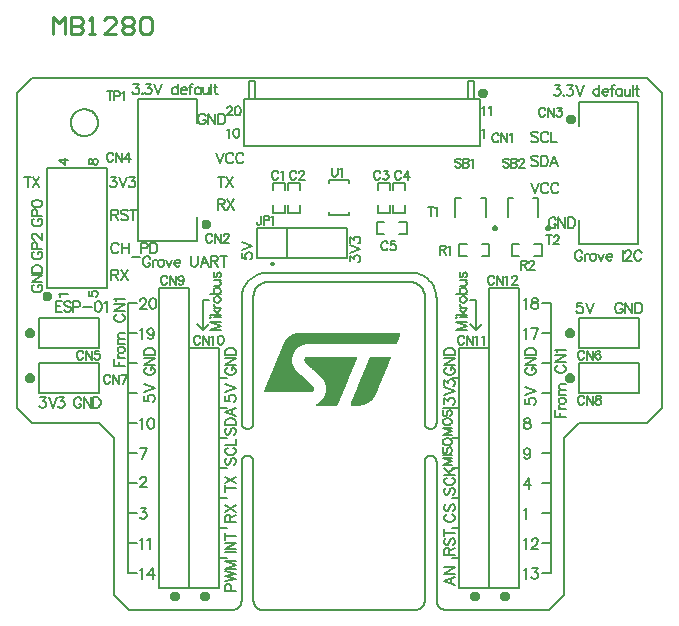
<source format=gbr>
%FSTAX23Y23*%
%MOIN*%
%SFA1B1*%

%IPPOS*%
%ADD19C,0.005000*%
%ADD20C,0.015000*%
%ADD21C,0.010000*%
%ADD29C,0.009840*%
%ADD30C,0.000500*%
%ADD31C,0.006000*%
%ADD32C,0.008000*%
%ADD33C,0.007870*%
%LNmb1280-1*%
%LPD*%
G54D19*
X0027Y-0015D02*
D01*
X00269Y-00146*
X00269Y-00143*
X00269Y-0014*
X00268Y-00137*
X00267Y-00134*
X00266Y-00131*
X00264Y-00128*
X00263Y-00126*
X00261Y-00123*
X00259Y-00121*
X00257Y-00118*
X00255Y-00116*
X00252Y-00114*
X0025Y-00112*
X00247Y-00111*
X00244Y-00109*
X00241Y-00108*
X00238Y-00107*
X00235Y-00106*
X00232Y-00105*
X00229Y-00105*
X00226Y-00105*
X00223*
X0022Y-00105*
X00217Y-00105*
X00214Y-00106*
X00211Y-00107*
X00208Y-00108*
X00205Y-00109*
X00202Y-00111*
X00199Y-00112*
X00197Y-00114*
X00194Y-00116*
X00192Y-00118*
X0019Y-00121*
X00188Y-00123*
X00186Y-00126*
X00185Y-00128*
X00183Y-00131*
X00182Y-00134*
X00181Y-00137*
X0018Y-0014*
X0018Y-00143*
X0018Y-00146*
X0018Y-0015*
X0018Y-00153*
X0018Y-00156*
X0018Y-00159*
X00181Y-00162*
X00182Y-00165*
X00183Y-00168*
X00185Y-00171*
X00186Y-00173*
X00188Y-00176*
X0019Y-00178*
X00192Y-00181*
X00194Y-00183*
X00197Y-00185*
X00199Y-00187*
X00202Y-00188*
X00205Y-0019*
X00208Y-00191*
X00211Y-00192*
X00214Y-00193*
X00217Y-00194*
X0022Y-00194*
X00223Y-00194*
X00226*
X00229Y-00194*
X00232Y-00194*
X00235Y-00193*
X00238Y-00192*
X00241Y-00191*
X00244Y-0019*
X00247Y-00188*
X0025Y-00187*
X00252Y-00185*
X00255Y-00183*
X00257Y-00181*
X00259Y-00178*
X00261Y-00176*
X00263Y-00173*
X00264Y-00171*
X00266Y-00168*
X00267Y-00165*
X00268Y-00162*
X00269Y-00159*
X00269Y-00156*
X00269Y-00153*
X0027Y-0015*
X01875Y-0016D02*
Y-00081D01*
Y-00554D02*
Y-00475D01*
Y-00081D02*
X02071D01*
Y-00554D02*
Y-00081D01*
X01875Y-00554D02*
X02071D01*
X00403Y-0007D02*
X006D01*
X00403Y-00543D02*
Y-0007D01*
Y-00543D02*
X006D01*
Y-00149D02*
Y-0007D01*
Y-00543D02*
Y-00464D01*
X01543Y-00228D02*
Y-00071D01*
X00756Y-00228D02*
X01543D01*
X00756D02*
Y-00071D01*
X01543*
X01504D02*
Y-00012D01*
X01524*
Y-00071D02*
Y-00012D01*
X00795Y-00071D02*
Y-00012D01*
X00775D02*
X00795D01*
X00775Y-00071D02*
Y-00012D01*
X00675Y-016D02*
X007D01*
X00675Y-015D02*
X007D01*
X00675Y-013D02*
X007D01*
X00675Y-014D02*
X007D01*
X00675Y-011D02*
X007D01*
X00675Y-012D02*
X007D01*
X00675Y-01D02*
X007D01*
X0145D02*
X01475D01*
X0145Y-012D02*
X01475D01*
X0145Y-011D02*
X01475D01*
X0145Y-013D02*
X01475D01*
X0145Y-014D02*
X01475D01*
X0145Y-016D02*
X01475D01*
X0145Y-015D02*
X01475D01*
X0037Y-0165D02*
Y-0075D01*
X004*
X0037Y-0165D02*
X004D01*
X0037Y-0155D02*
X004D01*
X0037Y-0135D02*
X004D01*
X0037Y-0145D02*
X004D01*
X0037Y-0105D02*
X004D01*
X0037Y-0095D02*
X004D01*
X0037Y-0115D02*
X004D01*
X0037Y-0125D02*
X004D01*
X0037Y-0085D02*
X004D01*
X0178Y-0165D02*
Y-0075D01*
X0175D02*
X0178D01*
X0175Y-0165D02*
X0178D01*
X0175Y-0155D02*
X0178D01*
X0175Y-0135D02*
X0178D01*
X0175Y-0145D02*
X0178D01*
X0175Y-0105D02*
X0178D01*
X0175Y-0095D02*
X0178D01*
X0175Y-0115D02*
X0178D01*
X0175Y-0125D02*
X0178D01*
X0175Y-0085D02*
X0178D01*
X0062Y-0074D02*
X0064D01*
X0062Y-0084D02*
Y-0074D01*
X006Y-0082D02*
X0062Y-0084D01*
X0064Y-0082*
X0151D02*
X0153Y-0084D01*
X0155Y-0082*
X0153Y-0084D02*
Y-0074D01*
X0151D02*
X0153D01*
X01891Y-01067D02*
X0189Y-01064D01*
X01887Y-01061*
X01884Y-0106*
X01878*
X01875Y-01061*
X01872Y-01064*
X01871Y-01067*
X0187Y-01071*
Y-01078*
X01871Y-01082*
X01872Y-01085*
X01875Y-01088*
X01878Y-0109*
X01884*
X01887Y-01088*
X0189Y-01085*
X01891Y-01082*
X01899Y-0106D02*
Y-0109D01*
Y-0106D02*
X01919Y-0109D01*
Y-0106D02*
Y-0109D01*
X01935Y-0106D02*
X0193Y-01061D01*
X01929Y-01064*
Y-01067*
X0193Y-0107*
X01933Y-01071*
X01939Y-01072*
X01943Y-01074*
X01946Y-01077*
X01948Y-0108*
Y-01084*
X01946Y-01087*
X01945Y-01088*
X0194Y-0109*
X01935*
X0193Y-01088*
X01929Y-01087*
X01928Y-01084*
Y-0108*
X01929Y-01077*
X01932Y-01074*
X01936Y-01072*
X01942Y-01071*
X01945Y-0107*
X01946Y-01067*
Y-01064*
X01945Y-01061*
X0194Y-0106*
X01935*
X00311Y-00997D02*
X0031Y-00994D01*
X00307Y-00991*
X00304Y-0099*
X00298*
X00295Y-00991*
X00292Y-00994*
X00291Y-00997*
X0029Y-01001*
Y-01008*
X00291Y-01012*
X00292Y-01015*
X00295Y-01018*
X00298Y-0102*
X00304*
X00307Y-01018*
X0031Y-01015*
X00311Y-01012*
X00319Y-0099D02*
Y-0102D01*
Y-0099D02*
X00339Y-0102D01*
Y-0099D02*
Y-0102D01*
X00368Y-0099D02*
X00353Y-0102D01*
X00348Y-0099D02*
X00368D01*
X0031Y-00045D02*
Y-00075D01*
X003Y-00045D02*
X0032D01*
X00323Y-0006D02*
X00336D01*
X0034Y-00059*
X00342Y-00057*
X00343Y-00055*
Y-0005*
X00342Y-00047*
X0034Y-00046*
X00336Y-00045*
X00323*
Y-00075*
X0035Y-0005D02*
X00353Y-00049D01*
X00357Y-00045*
Y-00075*
X01891Y-00917D02*
X0189Y-00914D01*
X01887Y-00911*
X01884Y-0091*
X01878*
X01875Y-00911*
X01872Y-00914*
X01871Y-00917*
X0187Y-00921*
Y-00928*
X01871Y-00932*
X01872Y-00935*
X01875Y-00938*
X01878Y-0094*
X01884*
X01887Y-00938*
X0189Y-00935*
X01891Y-00932*
X01899Y-0091D02*
Y-0094D01*
Y-0091D02*
X01919Y-0094D01*
Y-0091D02*
Y-0094D01*
X01945Y-00914D02*
X01943Y-00911D01*
X01939Y-0091*
X01936*
X01932Y-00911*
X01929Y-00915*
X01928Y-00922*
Y-0093*
X01929Y-00935*
X01932Y-00938*
X01936Y-0094*
X01938*
X01942Y-00938*
X01945Y-00935*
X01946Y-00931*
Y-0093*
X01945Y-00925*
X01942Y-00922*
X01938Y-00921*
X01936*
X01932Y-00922*
X01929Y-00925*
X01928Y-0093*
X00221Y-00917D02*
X0022Y-00914D01*
X00217Y-00911*
X00214Y-0091*
X00208*
X00205Y-00911*
X00202Y-00914*
X00201Y-00917*
X002Y-00921*
Y-00928*
X00201Y-00932*
X00202Y-00935*
X00205Y-00938*
X00208Y-0094*
X00214*
X00217Y-00938*
X0022Y-00935*
X00221Y-00932*
X00229Y-0091D02*
Y-0094D01*
Y-0091D02*
X00249Y-0094D01*
Y-0091D02*
Y-0094D01*
X00275Y-0091D02*
X0026D01*
X00259Y-00922*
X0026Y-00921*
X00265Y-0092*
X00269*
X00273Y-00921*
X00276Y-00924*
X00278Y-00928*
Y-00931*
X00276Y-00935*
X00273Y-00938*
X00269Y-0094*
X00265*
X0026Y-00938*
X00259Y-00937*
X00258Y-00934*
X00321Y-00257D02*
X0032Y-00254D01*
X00317Y-00251*
X00314Y-0025*
X00308*
X00305Y-00251*
X00302Y-00254*
X00301Y-00257*
X003Y-00261*
Y-00268*
X00301Y-00272*
X00302Y-00275*
X00305Y-00278*
X00308Y-0028*
X00314*
X00317Y-00278*
X0032Y-00275*
X00321Y-00272*
X00329Y-0025D02*
Y-0028D01*
Y-0025D02*
X00349Y-0028D01*
Y-0025D02*
Y-0028D01*
X00372Y-0025D02*
X00358Y-0027D01*
X00379*
X00372Y-0025D02*
Y-0028D01*
X00651Y-00527D02*
X0065Y-00524D01*
X00647Y-00521*
X00644Y-0052*
X00638*
X00635Y-00521*
X00632Y-00524*
X00631Y-00527*
X0063Y-00531*
Y-00538*
X00631Y-00542*
X00632Y-00545*
X00635Y-00548*
X00638Y-0055*
X00644*
X00647Y-00548*
X0065Y-00545*
X00651Y-00542*
X00659Y-0052D02*
Y-0055D01*
Y-0052D02*
X00679Y-0055D01*
Y-0052D02*
Y-0055D01*
X00689Y-00527D02*
Y-00525D01*
X0069Y-00522*
X00692Y-00521*
X00695Y-0052*
X007*
X00703Y-00521*
X00705Y-00522*
X00706Y-00525*
Y-00528*
X00705Y-00531*
X00702Y-00535*
X00688Y-0055*
X00708*
X0138Y-0043D02*
Y-0046D01*
X0137Y-0043D02*
X0139D01*
X01393Y-00435D02*
X01396Y-00434D01*
X014Y-0043*
Y-0046*
X01775Y-00525D02*
Y-00555D01*
X01765Y-00525D02*
X01785D01*
X01789Y-00532D02*
Y-0053D01*
X01791Y-00527*
X01792Y-00526*
X01795Y-00525*
X01801*
X01804Y-00526*
X01805Y-00527*
X01807Y-0053*
Y-00533*
X01805Y-00536*
X01802Y-0054*
X01788Y-00555*
X01808*
X0148Y-00274D02*
X01477Y-00271D01*
X01472Y-0027*
X01467*
X01462Y-00271*
X0146Y-00274*
Y-00277*
X01461Y-0028*
X01462Y-00281*
X01465Y-00282*
X01474Y-00285*
X01477Y-00287*
X01478Y-00288*
X0148Y-00291*
Y-00295*
X01477Y-00298*
X01472Y-003*
X01467*
X01462Y-00298*
X0146Y-00295*
X01486Y-0027D02*
Y-003D01*
Y-0027D02*
X01499D01*
X01503Y-00271*
X01505Y-00272*
X01506Y-00275*
Y-00278*
X01505Y-00281*
X01503Y-00282*
X01499Y-00284*
X01486D02*
X01499D01*
X01503Y-00285*
X01505Y-00287*
X01506Y-0029*
Y-00294*
X01505Y-00297*
X01503Y-00298*
X01499Y-003*
X01486*
X01513Y-00275D02*
X01516Y-00274D01*
X0152Y-0027*
Y-003*
X0164Y-00274D02*
X01637Y-00271D01*
X01632Y-0027*
X01627*
X01622Y-00271*
X0162Y-00274*
Y-00277*
X01621Y-0028*
X01622Y-00281*
X01625Y-00282*
X01634Y-00285*
X01637Y-00287*
X01638Y-00288*
X0164Y-00291*
Y-00295*
X01637Y-00298*
X01632Y-003*
X01627*
X01622Y-00298*
X0162Y-00295*
X01646Y-0027D02*
Y-003D01*
Y-0027D02*
X01659D01*
X01663Y-00271*
X01665Y-00272*
X01666Y-00275*
Y-00278*
X01665Y-00281*
X01663Y-00282*
X01659Y-00284*
X01646D02*
X01659D01*
X01663Y-00285*
X01665Y-00287*
X01666Y-0029*
Y-00294*
X01665Y-00297*
X01663Y-00298*
X01659Y-003*
X01646*
X01674Y-00277D02*
Y-00275D01*
X01676Y-00272*
X01677Y-00271*
X0168Y-0027*
X01686*
X01689Y-00271*
X0169Y-00272*
X01691Y-00275*
Y-00278*
X0169Y-00281*
X01687Y-00285*
X01673Y-003*
X01693*
X0168Y-0061D02*
Y-0064D01*
Y-0061D02*
X01692D01*
X01697Y-00611*
X01698Y-00612*
X017Y-00615*
Y-00618*
X01698Y-00621*
X01697Y-00622*
X01692Y-00624*
X0168*
X0169D02*
X017Y-0064D01*
X01708Y-00617D02*
Y-00615D01*
X01709Y-00612*
X0171Y-00611*
X01713Y-0061*
X01719*
X01722Y-00611*
X01723Y-00612*
X01725Y-00615*
Y-00618*
X01723Y-00621*
X0172Y-00625*
X01706Y-0064*
X01726*
X0141Y-0056D02*
Y-0059D01*
Y-0056D02*
X01422D01*
X01427Y-00561*
X01428Y-00562*
X0143Y-00565*
Y-00568*
X01428Y-00571*
X01427Y-00572*
X01422Y-00574*
X0141*
X0142D02*
X0143Y-0059D01*
X01436Y-00565D02*
X01439Y-00564D01*
X01443Y-0056*
Y-0059*
X00814Y-0046D02*
Y-00482D01*
X00812Y-00487*
X00811Y-00488*
X00808Y-0049*
X00805*
X00802Y-00488*
X00801Y-00487*
X008Y-00482*
Y-0048*
X00822Y-00475D02*
X00834D01*
X00839Y-00474*
X0084Y-00472*
X00841Y-0047*
Y-00465*
X0084Y-00462*
X00839Y-00461*
X00834Y-0046*
X00822*
Y-0049*
X00848Y-00465D02*
X00851Y-00464D01*
X00855Y-0046*
Y-0049*
X00611Y-00867D02*
X0061Y-00864D01*
X00607Y-00861*
X00604Y-0086*
X00598*
X00595Y-00861*
X00592Y-00864*
X00591Y-00867*
X0059Y-00871*
Y-00878*
X00591Y-00882*
X00592Y-00885*
X00595Y-00888*
X00598Y-0089*
X00604*
X00607Y-00888*
X0061Y-00885*
X00611Y-00882*
X00619Y-0086D02*
Y-0089D01*
Y-0086D02*
X00639Y-0089D01*
Y-0086D02*
Y-0089D01*
X00648Y-00865D02*
X0065Y-00864D01*
X00655Y-0086*
Y-0089*
X00678Y-0086D02*
X00674Y-00861D01*
X00671Y-00865*
X0067Y-00872*
Y-00877*
X00671Y-00884*
X00674Y-00888*
X00678Y-0089*
X00681*
X00685Y-00888*
X00688Y-00884*
X0069Y-00877*
Y-00872*
X00688Y-00865*
X00685Y-00861*
X00681Y-0086*
X00678*
X01491Y-00867D02*
X0149Y-00864D01*
X01487Y-00861*
X01484Y-0086*
X01478*
X01475Y-00861*
X01472Y-00864*
X01471Y-00867*
X0147Y-00871*
Y-00878*
X01471Y-00882*
X01472Y-00885*
X01475Y-00888*
X01478Y-0089*
X01484*
X01487Y-00888*
X0149Y-00885*
X01491Y-00882*
X01499Y-0086D02*
Y-0089D01*
Y-0086D02*
X01519Y-0089D01*
Y-0086D02*
Y-0089D01*
X01528Y-00865D02*
X0153Y-00864D01*
X01535Y-0086*
Y-0089*
X0155Y-00865D02*
X01552Y-00864D01*
X01557Y-0086*
Y-0089*
X00501Y-00667D02*
X005Y-00664D01*
X00497Y-00661*
X00494Y-0066*
X00488*
X00485Y-00661*
X00482Y-00664*
X00481Y-00667*
X0048Y-00671*
Y-00678*
X00481Y-00682*
X00482Y-00685*
X00485Y-00688*
X00488Y-0069*
X00494*
X00497Y-00688*
X005Y-00685*
X00501Y-00682*
X00509Y-0066D02*
Y-0069D01*
Y-0066D02*
X00529Y-0069D01*
Y-0066D02*
Y-0069D01*
X00556Y-0067D02*
X00555Y-00674D01*
X00552Y-00677*
X00548Y-00678*
X00546*
X00542Y-00677*
X00539Y-00674*
X00538Y-0067*
Y-00668*
X00539Y-00664*
X00542Y-00661*
X00546Y-0066*
X00548*
X00552Y-00661*
X00555Y-00664*
X00556Y-0067*
Y-00677*
X00555Y-00684*
X00552Y-00688*
X00548Y-0069*
X00545*
X0054Y-00688*
X00539Y-00685*
X01591Y-00667D02*
X0159Y-00664D01*
X01587Y-00661*
X01584Y-0066*
X01578*
X01575Y-00661*
X01572Y-00664*
X01571Y-00667*
X0157Y-00671*
Y-00678*
X01571Y-00682*
X01572Y-00685*
X01575Y-00688*
X01578Y-0069*
X01584*
X01587Y-00688*
X0159Y-00685*
X01591Y-00682*
X01599Y-0066D02*
Y-0069D01*
Y-0066D02*
X01619Y-0069D01*
Y-0066D02*
Y-0069D01*
X01628Y-00665D02*
X0163Y-00664D01*
X01635Y-0066*
Y-0069*
X01651Y-00667D02*
Y-00665D01*
X01652Y-00662*
X01654Y-00661*
X01657Y-0066*
X01662*
X01665Y-00661*
X01667Y-00662*
X01668Y-00665*
Y-00668*
X01667Y-00671*
X01664Y-00675*
X0165Y-0069*
X0167*
X01761Y-00107D02*
X0176Y-00104D01*
X01757Y-00101*
X01754Y-001*
X01748*
X01745Y-00101*
X01742Y-00104*
X01741Y-00107*
X0174Y-00111*
Y-00118*
X01741Y-00122*
X01742Y-00125*
X01745Y-00128*
X01748Y-0013*
X01754*
X01757Y-00128*
X0176Y-00125*
X01761Y-00122*
X01769Y-001D02*
Y-0013D01*
Y-001D02*
X01789Y-0013D01*
Y-001D02*
Y-0013D01*
X018Y-001D02*
X01816D01*
X01808Y-00111*
X01812*
X01815Y-00112*
X01816Y-00114*
X01818Y-00118*
Y-00121*
X01816Y-00125*
X01813Y-00128*
X01809Y-0013*
X01805*
X018Y-00128*
X01799Y-00127*
X01798Y-00124*
X01281Y-00317D02*
X0128Y-00314D01*
X01277Y-00311*
X01274Y-0031*
X01268*
X01265Y-00311*
X01262Y-00314*
X01261Y-00317*
X0126Y-00321*
Y-00328*
X01261Y-00332*
X01262Y-00335*
X01265Y-00338*
X01268Y-0034*
X01274*
X01277Y-00338*
X0128Y-00335*
X01281Y-00332*
X01304Y-0031D02*
X01289Y-0033D01*
X01311*
X01304Y-0031D02*
Y-0034D01*
X00871Y-00317D02*
X0087Y-00314D01*
X00867Y-00311*
X00864Y-0031*
X00858*
X00855Y-00311*
X00852Y-00314*
X00851Y-00317*
X0085Y-00321*
Y-00328*
X00851Y-00332*
X00852Y-00335*
X00855Y-00338*
X00858Y-0034*
X00864*
X00867Y-00338*
X0087Y-00335*
X00871Y-00332*
X00879Y-00315D02*
X00882Y-00314D01*
X00886Y-0031*
Y-0034*
X01211Y-00317D02*
X0121Y-00314D01*
X01207Y-00311*
X01204Y-0031*
X01198*
X01195Y-00311*
X01192Y-00314*
X01191Y-00317*
X0119Y-00321*
Y-00328*
X01191Y-00332*
X01192Y-00335*
X01195Y-00338*
X01198Y-0034*
X01204*
X01207Y-00338*
X0121Y-00335*
X01211Y-00332*
X01222Y-0031D02*
X01238D01*
X01229Y-00321*
X01234*
X01236Y-00322*
X01238Y-00324*
X01239Y-00328*
Y-00331*
X01238Y-00335*
X01235Y-00338*
X01231Y-0034*
X01226*
X01222Y-00338*
X01221Y-00337*
X01219Y-00334*
X00931Y-00317D02*
X0093Y-00314D01*
X00927Y-00311*
X00924Y-0031*
X00918*
X00915Y-00311*
X00912Y-00314*
X00911Y-00317*
X0091Y-00321*
Y-00328*
X00911Y-00332*
X00912Y-00335*
X00915Y-00338*
X00918Y-0034*
X00924*
X00927Y-00338*
X0093Y-00335*
X00931Y-00332*
X00941Y-00317D02*
Y-00315D01*
X00942Y-00312*
X00944Y-00311*
X00946Y-0031*
X00952*
X00955Y-00311*
X00956Y-00312*
X00958Y-00315*
Y-00318*
X00956Y-00321*
X00954Y-00325*
X00939Y-0034*
X00959*
X01236Y-00552D02*
X01235Y-00549D01*
X01232Y-00546*
X01229Y-00545*
X01223*
X0122Y-00546*
X01217Y-00549*
X01216Y-00552*
X01215Y-00556*
Y-00563*
X01216Y-00567*
X01217Y-0057*
X0122Y-00573*
X01223Y-00575*
X01229*
X01232Y-00573*
X01235Y-0057*
X01236Y-00567*
X01261Y-00545D02*
X01247D01*
X01246Y-00557*
X01247Y-00556*
X01251Y-00555*
X01256*
X0126Y-00556*
X01263Y-00559*
X01264Y-00563*
Y-00566*
X01263Y-0057*
X0126Y-00573*
X01256Y-00575*
X01251*
X01247Y-00573*
X01246Y-00572*
X01244Y-00569*
X0105Y-003D02*
Y-00321D01*
X01051Y-00325*
X01054Y-00328*
X01058Y-0033*
X01061*
X01065Y-00328*
X01068Y-00325*
X0107Y-00321*
Y-003*
X01078Y-00305D02*
X01081Y-00304D01*
X01085Y-003*
Y-0033*
X01606Y-00192D02*
X01605Y-00189D01*
X01602Y-00186*
X01599Y-00185*
X01593*
X0159Y-00186*
X01587Y-00189*
X01586Y-00192*
X01585Y-00196*
Y-00203*
X01586Y-00207*
X01587Y-0021*
X0159Y-00213*
X01593Y-00215*
X01599*
X01602Y-00213*
X01605Y-0021*
X01606Y-00207*
X01614Y-00185D02*
Y-00215D01*
Y-00185D02*
X01634Y-00215D01*
Y-00185D02*
Y-00215D01*
X01643Y-0019D02*
X01645Y-00189D01*
X0165Y-00185*
Y-00215*
X01465Y-0084D02*
X015D01*
X01465D02*
X015Y-00826D01*
X01465Y-00813D02*
X015Y-00826D01*
X01465Y-00813D02*
X015D01*
X01465Y-008D02*
X01466Y-00798D01*
X01465Y-00796*
X01463Y-00798*
X01465Y-008*
X01476Y-00798D02*
X015D01*
X01465Y-0079D02*
X015D01*
X01476Y-00773D02*
X01493Y-0079D01*
X01486Y-00783D02*
X015Y-00772D01*
X01476Y-00766D02*
X015D01*
X01486D02*
X01481Y-00765D01*
X01478Y-00761*
X01476Y-00758*
Y-00753*
Y-00741D02*
X01478Y-00745D01*
X01481Y-00748*
X01486Y-0075*
X0149*
X01495Y-00748*
X01498Y-00745*
X015Y-00741*
Y-00736*
X01498Y-00733*
X01495Y-0073*
X0149Y-00728*
X01486*
X01481Y-0073*
X01478Y-00733*
X01476Y-00736*
Y-00741*
X01465Y-0072D02*
X015D01*
X01481D02*
X01478Y-00717D01*
X01476Y-00714*
Y-00709*
X01478Y-00705*
X01481Y-00702*
X01486Y-007*
X0149*
X01495Y-00702*
X01498Y-00705*
X015Y-00709*
Y-00714*
X01498Y-00717*
X01495Y-0072*
X01476Y-00693D02*
X01493D01*
X01498Y-00691*
X015Y-00688*
Y-00683*
X01498Y-0068*
X01493Y-00675*
X01476D02*
X015D01*
X01481Y-00647D02*
X01478Y-00649D01*
X01476Y-00654*
Y-00659*
X01478Y-00664*
X01481Y-00665*
X01485Y-00664*
X01486Y-0066*
X01488Y-00652*
X0149Y-00649*
X01493Y-00647*
X01495*
X01498Y-00649*
X015Y-00654*
Y-00659*
X01498Y-00664*
X01495Y-00665*
X00645Y-0084D02*
X0068D01*
X00645D02*
X0068Y-00826D01*
X00645Y-00813D02*
X0068Y-00826D01*
X00645Y-00813D02*
X0068D01*
X00645Y-008D02*
X00646Y-00798D01*
X00645Y-00796*
X00643Y-00798*
X00645Y-008*
X00656Y-00798D02*
X0068D01*
X00645Y-0079D02*
X0068D01*
X00656Y-00773D02*
X00673Y-0079D01*
X00666Y-00783D02*
X0068Y-00772D01*
X00656Y-00766D02*
X0068D01*
X00666D02*
X00661Y-00765D01*
X00658Y-00761*
X00656Y-00758*
Y-00753*
Y-00741D02*
X00658Y-00745D01*
X00661Y-00748*
X00666Y-0075*
X0067*
X00675Y-00748*
X00678Y-00745*
X0068Y-00741*
Y-00736*
X00678Y-00733*
X00675Y-0073*
X0067Y-00728*
X00666*
X00661Y-0073*
X00658Y-00733*
X00656Y-00736*
Y-00741*
X00645Y-0072D02*
X0068D01*
X00661D02*
X00658Y-00717D01*
X00656Y-00714*
Y-00709*
X00658Y-00705*
X00661Y-00702*
X00666Y-007*
X0067*
X00675Y-00702*
X00678Y-00705*
X0068Y-00709*
Y-00714*
X00678Y-00717*
X00675Y-0072*
X00656Y-00693D02*
X00673D01*
X00678Y-00691*
X0068Y-00688*
Y-00683*
X00678Y-0068*
X00673Y-00675*
X00656D02*
X0068D01*
X00661Y-00647D02*
X00658Y-00649D01*
X00656Y-00654*
Y-00659*
X00658Y-00664*
X00661Y-00665*
X00665Y-00664*
X00666Y-0066*
X00668Y-00652*
X0067Y-00649*
X00673Y-00647*
X00675*
X00678Y-00649*
X0068Y-00654*
Y-00659*
X00678Y-00664*
X00675Y-00665*
X00151Y-00745D02*
X0013D01*
Y-0078*
X00151*
X0013Y-00761D02*
X00143D01*
X0018Y-0075D02*
X00177Y-00746D01*
X00172Y-00745*
X00165*
X0016Y-00746*
X00157Y-0075*
Y-00753*
X00159Y-00756*
X0016Y-00758*
X00164Y-0076*
X00174Y-00763*
X00177Y-00765*
X00179Y-00766*
X0018Y-0077*
Y-00775*
X00177Y-00778*
X00172Y-0078*
X00165*
X0016Y-00778*
X00157Y-00775*
X00188Y-00763D02*
X00203D01*
X00208Y-00761*
X0021Y-0076*
X00211Y-00756*
Y-00751*
X0021Y-00748*
X00208Y-00746*
X00203Y-00745*
X00188*
Y-0078*
X00219Y-00765D02*
X00249D01*
X0027Y-00745D02*
X00265Y-00746D01*
X00261Y-00751*
X0026Y-0076*
Y-00765*
X00261Y-00773*
X00265Y-00778*
X0027Y-0078*
X00273*
X00278Y-00778*
X00281Y-00773*
X00283Y-00765*
Y-0076*
X00281Y-00751*
X00278Y-00746*
X00273Y-00745*
X0027*
X00291Y-00751D02*
X00294Y-0075D01*
X00299Y-00745*
Y-0078*
X00444Y-00603D02*
X00443Y-006D01*
X0044Y-00596*
X00436Y-00595*
X0043*
X00426Y-00596*
X00423Y-006*
X00421Y-00603*
X0042Y-00608*
Y-00616*
X00421Y-00621*
X00423Y-00625*
X00426Y-00628*
X0043Y-0063*
X00436*
X0044Y-00628*
X00443Y-00625*
X00444Y-00621*
Y-00616*
X00436D02*
X00444D01*
X00452Y-00606D02*
Y-0063D01*
Y-00616D02*
X00454Y-00611D01*
X00457Y-00608*
X00461Y-00606*
X00466*
X00477D02*
X00474Y-00608D01*
X00471Y-00611*
X00469Y-00616*
Y-0062*
X00471Y-00625*
X00474Y-00628*
X00477Y-0063*
X00482*
X00486Y-00628*
X00489Y-00625*
X00491Y-0062*
Y-00616*
X00489Y-00611*
X00486Y-00608*
X00482Y-00606*
X00477*
X00498D02*
X00508Y-0063D01*
X00518Y-00606D02*
X00508Y-0063D01*
X00524Y-00616D02*
X00544D01*
Y-00613*
X00542Y-0061*
X00541Y-00608*
X00537Y-00606*
X00532*
X00529Y-00608*
X00526Y-00611*
X00524Y-00616*
Y-0062*
X00526Y-00625*
X00529Y-00628*
X00532Y-0063*
X00537*
X00541Y-00628*
X00544Y-00625*
X00579Y-00595D02*
Y-0062D01*
X00581Y-00625*
X00584Y-00628*
X00589Y-0063*
X00592*
X00597Y-00628*
X00601Y-00625*
X00602Y-0062*
Y-00595*
X00639Y-0063D02*
X00625Y-00595D01*
X00612Y-0063*
X00617Y-00618D02*
X00634D01*
X00647Y-00595D02*
Y-0063D01*
Y-00595D02*
X00662D01*
X00667Y-00596*
X00668Y-00598*
X0067Y-00601*
Y-00605*
X00668Y-00608*
X00667Y-0061*
X00662Y-00611*
X00647*
X00658D02*
X0067Y-0063D01*
X0069Y-00595D02*
Y-0063D01*
X00678Y-00595D02*
X00701D01*
X01884Y-00583D02*
X01883Y-0058D01*
X0188Y-00576*
X01876Y-00575*
X0187*
X01866Y-00576*
X01863Y-0058*
X01861Y-00583*
X0186Y-00588*
Y-00596*
X01861Y-00601*
X01863Y-00605*
X01866Y-00608*
X0187Y-0061*
X01876*
X0188Y-00608*
X01883Y-00605*
X01884Y-00601*
Y-00596*
X01876D02*
X01884D01*
X01892Y-00586D02*
Y-0061D01*
Y-00596D02*
X01894Y-00591D01*
X01897Y-00588*
X01901Y-00586*
X01906*
X01917D02*
X01914Y-00588D01*
X01911Y-00591*
X01909Y-00596*
Y-006*
X01911Y-00605*
X01914Y-00608*
X01917Y-0061*
X01922*
X01926Y-00608*
X01929Y-00605*
X01931Y-006*
Y-00596*
X01929Y-00591*
X01926Y-00588*
X01922Y-00586*
X01917*
X01938D02*
X01948Y-0061D01*
X01958Y-00586D02*
X01948Y-0061D01*
X01964Y-00596D02*
X01984D01*
Y-00593*
X01982Y-0059*
X01981Y-00588*
X01977Y-00586*
X01972*
X01969Y-00588*
X01966Y-00591*
X01964Y-00596*
Y-006*
X01966Y-00605*
X01969Y-00608*
X01972Y-0061*
X01977*
X01981Y-00608*
X01984Y-00605*
X02019Y-00575D02*
Y-0061D01*
X02028Y-00583D02*
Y-00581D01*
X0203Y-00578*
X02031Y-00576*
X02035Y-00575*
X02041*
X02045Y-00576*
X02046Y-00578*
X02048Y-00581*
Y-00585*
X02046Y-00588*
X02043Y-00593*
X02026Y-0061*
X0205*
X02082Y-00583D02*
X02081Y-0058D01*
X02077Y-00576*
X02074Y-00575*
X02067*
X02064Y-00576*
X02061Y-0058*
X02059Y-00583*
X02057Y-00588*
Y-00596*
X02059Y-00601*
X02061Y-00605*
X02064Y-00608*
X02067Y-0061*
X02074*
X02077Y-00608*
X02081Y-00605*
X02082Y-00601*
X01793Y-00025D02*
X01811D01*
X01801Y-00038*
X01806*
X0181Y-0004*
X01811Y-00041*
X01813Y-00046*
Y-0005*
X01811Y-00055*
X01808Y-00058*
X01803Y-0006*
X01798*
X01793Y-00058*
X01791Y-00056*
X0179Y-00053*
X01822Y-00056D02*
X01821Y-00058D01*
X01822Y-0006*
X01824Y-00058*
X01822Y-00056*
X01835Y-00025D02*
X01853D01*
X01843Y-00038*
X01848*
X01852Y-0004*
X01853Y-00041*
X01855Y-00046*
Y-0005*
X01853Y-00055*
X0185Y-00058*
X01845Y-0006*
X0184*
X01835Y-00058*
X01833Y-00056*
X01832Y-00053*
X01863Y-00025D02*
X01876Y-0006D01*
X01889Y-00025D02*
X01876Y-0006D01*
X01941Y-00025D02*
Y-0006D01*
Y-00041D02*
X01938Y-00038D01*
X01935Y-00036*
X0193*
X01926Y-00038*
X01923Y-00041*
X01921Y-00046*
Y-0005*
X01923Y-00055*
X01926Y-00058*
X0193Y-0006*
X01935*
X01938Y-00058*
X01941Y-00055*
X01951Y-00046D02*
X01971D01*
Y-00043*
X01969Y-0004*
X01967Y-00038*
X01964Y-00036*
X01959*
X01956Y-00038*
X01952Y-00041*
X01951Y-00046*
Y-0005*
X01952Y-00055*
X01956Y-00058*
X01959Y-0006*
X01964*
X01967Y-00058*
X01971Y-00055*
X01992Y-00025D02*
X01988D01*
X01985Y-00026*
X01983Y-00031*
Y-0006*
X01978Y-00036D02*
X0199D01*
X02017D02*
Y-0006D01*
Y-00041D02*
X02013Y-00038D01*
X0201Y-00036*
X02005*
X02002Y-00038*
X01998Y-00041*
X01997Y-00046*
Y-0005*
X01998Y-00055*
X02002Y-00058*
X02005Y-0006*
X0201*
X02013Y-00058*
X02017Y-00055*
X02026Y-00036D02*
Y-00053D01*
X02028Y-00058*
X02031Y-0006*
X02036*
X02039Y-00058*
X02044Y-00053*
Y-00036D02*
Y-0006D01*
X02053Y-00025D02*
Y-0006D01*
X02066Y-00025D02*
Y-00053D01*
X02067Y-00058*
X02071Y-0006*
X02074*
X02061Y-00036D02*
X02072D01*
X00388Y-0002D02*
X00406D01*
X00396Y-00033*
X00401*
X00405Y-00035*
X00406Y-00036*
X00408Y-00041*
Y-00045*
X00406Y-0005*
X00403Y-00053*
X00398Y-00055*
X00393*
X00388Y-00053*
X00386Y-00051*
X00385Y-00048*
X00417Y-00051D02*
X00416Y-00053D01*
X00417Y-00055*
X00419Y-00053*
X00417Y-00051*
X0043Y-0002D02*
X00448D01*
X00438Y-00033*
X00443*
X00447Y-00035*
X00448Y-00036*
X0045Y-00041*
Y-00045*
X00448Y-0005*
X00445Y-00053*
X0044Y-00055*
X00435*
X0043Y-00053*
X00428Y-00051*
X00427Y-00048*
X00458Y-0002D02*
X00471Y-00055D01*
X00484Y-0002D02*
X00471Y-00055D01*
X00536Y-0002D02*
Y-00055D01*
Y-00036D02*
X00533Y-00033D01*
X0053Y-00031*
X00525*
X00521Y-00033*
X00518Y-00036*
X00516Y-00041*
Y-00045*
X00518Y-0005*
X00521Y-00053*
X00525Y-00055*
X0053*
X00533Y-00053*
X00536Y-0005*
X00546Y-00041D02*
X00566D01*
Y-00038*
X00564Y-00035*
X00562Y-00033*
X00559Y-00031*
X00554*
X00551Y-00033*
X00547Y-00036*
X00546Y-00041*
Y-00045*
X00547Y-0005*
X00551Y-00053*
X00554Y-00055*
X00559*
X00562Y-00053*
X00566Y-0005*
X00587Y-0002D02*
X00583D01*
X0058Y-00021*
X00578Y-00026*
Y-00055*
X00573Y-00031D02*
X00585D01*
X00612D02*
Y-00055D01*
Y-00036D02*
X00608Y-00033D01*
X00605Y-00031*
X006*
X00597Y-00033*
X00593Y-00036*
X00592Y-00041*
Y-00045*
X00593Y-0005*
X00597Y-00053*
X006Y-00055*
X00605*
X00608Y-00053*
X00612Y-0005*
X00621Y-00031D02*
Y-00048D01*
X00623Y-00053*
X00626Y-00055*
X00631*
X00634Y-00053*
X00639Y-00048*
Y-00031D02*
Y-00055D01*
X00648Y-0002D02*
Y-00055D01*
X00661Y-0002D02*
Y-00048D01*
X00662Y-00053*
X00666Y-00055*
X00669*
X00656Y-00031D02*
X00667D01*
X0024Y-00282D02*
X00241Y-00287D01*
X00244Y-00288*
X00247*
X0025Y-00287*
X00251Y-00284*
X00252Y-00278*
X00254Y-00274*
X00257Y-00271*
X0026Y-0027*
X00264*
X00267Y-00271*
X00268Y-00272*
X0027Y-00277*
Y-00282*
X00268Y-00287*
X00267Y-00288*
X00264Y-0029*
X0026*
X00257Y-00288*
X00254Y-00285*
X00252Y-00281*
X00251Y-00275*
X0025Y-00272*
X00247Y-00271*
X00244*
X00241Y-00272*
X0024Y-00277*
Y-00282*
X0014Y-00275D02*
X0016Y-0029D01*
Y-00268*
X0014Y-00275D02*
X0017D01*
X00145Y-0073D02*
X00144Y-00727D01*
X0014Y-00722*
X0017*
X0024Y-00712D02*
Y-00727D01*
X00252Y-00728*
X00251Y-00727*
X0025Y-00722*
Y-00718*
X00251Y-00714*
X00254Y-00711*
X00258Y-0071*
X00261*
X00265Y-00711*
X00268Y-00714*
X0027Y-00718*
Y-00722*
X00268Y-00727*
X00267Y-00728*
X00264Y-0073*
X00058Y-0069D02*
X00055Y-00691D01*
X00051Y-00695*
X0005Y-00698*
Y-00705*
X00051Y-00708*
X00055Y-00711*
X00058Y-00713*
X00063Y-00715*
X00071*
X00076Y-00713*
X0008Y-00711*
X00083Y-00708*
X00085Y-00705*
Y-00698*
X00083Y-00695*
X0008Y-00691*
X00076Y-0069*
X00071*
Y-00698D02*
Y-0069D01*
X0005Y-00682D02*
X00085D01*
X0005D02*
X00085Y-00658D01*
X0005D02*
X00085D01*
X0005Y-00649D02*
X00085D01*
X0005D02*
Y-00637D01*
X00051Y-00632*
X00055Y-00629*
X00058Y-00627*
X00063Y-00625*
X00071*
X00076Y-00627*
X0008Y-00629*
X00083Y-00632*
X00085Y-00637*
Y-00649*
X00058Y-0058D02*
X00055Y-00581D01*
X00051Y-00585*
X0005Y-00588*
Y-00595*
X00051Y-00598*
X00055Y-00601*
X00058Y-00603*
X00063Y-00605*
X00071*
X00076Y-00603*
X0008Y-00601*
X00083Y-00598*
X00085Y-00595*
Y-00588*
X00083Y-00585*
X0008Y-00581*
X00076Y-0058*
X00071*
Y-00588D02*
Y-0058D01*
X00068Y-00572D02*
Y-00557D01*
X00066Y-00552*
X00065Y-0055*
X00061Y-00548*
X00056*
X00053Y-0055*
X00051Y-00552*
X0005Y-00557*
Y-00572*
X00085*
X00058Y-00539D02*
X00056D01*
X00053Y-00537*
X00051Y-00535*
X0005Y-00532*
Y-00525*
X00051Y-00522*
X00053Y-0052*
X00056Y-00519*
X0006*
X00063Y-0052*
X00068Y-00524*
X00085Y-0054*
Y-00517*
X00058Y-0047D02*
X00055Y-00471D01*
X00051Y-00475*
X0005Y-00478*
Y-00485*
X00051Y-00488*
X00055Y-00491*
X00058Y-00493*
X00063Y-00495*
X00071*
X00076Y-00493*
X0008Y-00491*
X00083Y-00488*
X00085Y-00485*
Y-00478*
X00083Y-00475*
X0008Y-00471*
X00076Y-0047*
X00071*
Y-00478D02*
Y-0047D01*
X00068Y-00462D02*
Y-00447D01*
X00066Y-00442*
X00065Y-0044*
X00061Y-00438*
X00056*
X00053Y-0044*
X00051Y-00442*
X0005Y-00447*
Y-00462*
X00085*
X0005Y-0042D02*
X00051Y-00425D01*
X00056Y-00429*
X00065Y-0043*
X0007*
X00078Y-00429*
X00083Y-00425*
X00085Y-0042*
Y-00417*
X00083Y-00412*
X00078Y-00409*
X0007Y-00407*
X00065*
X00056Y-00409*
X00051Y-00412*
X0005Y-00417*
Y-0042*
X00313Y-0033D02*
X00331D01*
X00321Y-00343*
X00326*
X0033Y-00345*
X00331Y-00346*
X00333Y-00351*
Y-00355*
X00331Y-0036*
X00328Y-00363*
X00323Y-00365*
X00318*
X00313Y-00363*
X00311Y-00361*
X0031Y-00358*
X00341Y-0033D02*
X00354Y-00365D01*
X00367Y-0033D02*
X00354Y-00365D01*
X00375Y-0033D02*
X00393D01*
X00383Y-00343*
X00388*
X00392Y-00345*
X00393Y-00346*
X00395Y-00351*
Y-00355*
X00393Y-0036*
X0039Y-00363*
X00385Y-00365*
X0038*
X00375Y-00363*
X00373Y-00361*
X00372Y-00358*
X00315Y-0044D02*
Y-00475D01*
Y-0044D02*
X0033D01*
X00335Y-00441*
X00336Y-00443*
X00338Y-00446*
Y-0045*
X00336Y-00453*
X00335Y-00455*
X0033Y-00456*
X00315*
X00326D02*
X00338Y-00475D01*
X00369Y-00445D02*
X00366Y-00441D01*
X00361Y-0044*
X00354*
X00349Y-00441*
X00346Y-00445*
Y-00448*
X00347Y-00451*
X00349Y-00453*
X00352Y-00455*
X00362Y-00458*
X00366Y-0046*
X00367Y-00461*
X00369Y-00465*
Y-0047*
X00366Y-00473*
X00361Y-00475*
X00354*
X00349Y-00473*
X00346Y-0047*
X00388Y-0044D02*
Y-00475D01*
X00377Y-0044D02*
X004D01*
X00339Y-00558D02*
X00338Y-00555D01*
X00335Y-00551*
X00331Y-0055*
X00325*
X00321Y-00551*
X00318Y-00555*
X00316Y-00558*
X00315Y-00563*
Y-00571*
X00316Y-00576*
X00318Y-0058*
X00321Y-00583*
X00325Y-00585*
X00331*
X00335Y-00583*
X00338Y-0058*
X00339Y-00576*
X00349Y-0055D02*
Y-00585D01*
X00373Y-0055D02*
Y-00585D01*
X00349Y-00566D02*
X00373D01*
X00382Y-00596D02*
X00409D01*
X00413Y-00568D02*
X00428D01*
X00433Y-00566*
X00435Y-00565*
X00437Y-00561*
Y-00556*
X00435Y-00553*
X00433Y-00551*
X00428Y-0055*
X00413*
Y-00585*
X00445Y-0055D02*
Y-00585D01*
Y-0055D02*
X00456D01*
X00461Y-00551*
X00465Y-00555*
X00466Y-00558*
X00468Y-00563*
Y-00571*
X00466Y-00576*
X00465Y-0058*
X00461Y-00583*
X00456Y-00585*
X00445*
X00315Y-0064D02*
Y-00675D01*
Y-0064D02*
X0033D01*
X00335Y-00641*
X00336Y-00643*
X00338Y-00646*
Y-0065*
X00336Y-00653*
X00335Y-00655*
X0033Y-00656*
X00315*
X00326D02*
X00338Y-00675D01*
X00346Y-0064D02*
X00369Y-00675D01*
Y-0064D02*
X00346Y-00675D01*
X00036Y-0033D02*
Y-00365D01*
X00025Y-0033D02*
X00048D01*
X00052D02*
X00075Y-00365D01*
Y-0033D02*
X00052Y-00365D01*
X0067Y-00405D02*
Y-0044D01*
Y-00405D02*
X00685D01*
X0069Y-00406*
X00691Y-00408*
X00693Y-00411*
Y-00415*
X00691Y-00418*
X0069Y-0042*
X00685Y-00421*
X0067*
X00681D02*
X00693Y-0044D01*
X00701Y-00405D02*
X00724Y-0044D01*
Y-00405D02*
X00701Y-0044D01*
X00681Y-0033D02*
Y-00365D01*
X0067Y-0033D02*
X00693D01*
X00697D02*
X0072Y-00365D01*
Y-0033D02*
X00697Y-00365D01*
X00665Y-0025D02*
X00678Y-00285D01*
X00691Y-0025D02*
X00678Y-00285D01*
X00721Y-00258D02*
X00719Y-00255D01*
X00716Y-00251*
X00712Y-0025*
X00706*
X00702Y-00251*
X00699Y-00255*
X00697Y-00258*
X00696Y-00263*
Y-00271*
X00697Y-00276*
X00699Y-0028*
X00702Y-00283*
X00706Y-00285*
X00712*
X00716Y-00283*
X00719Y-0028*
X00721Y-00276*
X00755Y-00258D02*
X00754Y-00255D01*
X0075Y-00251*
X00747Y-0025*
X0074*
X00737Y-00251*
X00734Y-00255*
X00732Y-00258*
X0073Y-00263*
Y-00271*
X00732Y-00276*
X00734Y-0028*
X00737Y-00283*
X0074Y-00285*
X00747*
X0075Y-00283*
X00754Y-0028*
X00755Y-00276*
X00629Y-00128D02*
X00628Y-00125D01*
X00625Y-00121*
X00621Y-0012*
X00615*
X00611Y-00121*
X00608Y-00125*
X00606Y-00128*
X00605Y-00133*
Y-00141*
X00606Y-00146*
X00608Y-0015*
X00611Y-00153*
X00615Y-00155*
X00621*
X00625Y-00153*
X00628Y-0015*
X00629Y-00146*
Y-00141*
X00621D02*
X00629D01*
X00637Y-0012D02*
Y-00155D01*
Y-0012D02*
X00661Y-00155D01*
Y-0012D02*
Y-00155D01*
X0067Y-0012D02*
Y-00155D01*
Y-0012D02*
X00682D01*
X00687Y-00121*
X0069Y-00125*
X00692Y-00128*
X00694Y-00133*
Y-00141*
X00692Y-00146*
X0069Y-0015*
X00687Y-00153*
X00682Y-00155*
X0067*
X01797Y-00474D02*
X01795Y-0047D01*
X01792Y-00467*
X01789Y-00465*
X01782*
X01779Y-00467*
X01775Y-0047*
X01774Y-00474*
X01772Y-00479*
Y-00487*
X01774Y-00492*
X01775Y-00495*
X01779Y-00499*
X01782Y-005*
X01789*
X01792Y-00499*
X01795Y-00495*
X01797Y-00492*
Y-00487*
X01789D02*
X01797D01*
X01805Y-00465D02*
Y-005D01*
Y-00465D02*
X01828Y-005D01*
Y-00465D02*
Y-005D01*
X01838Y-00465D02*
Y-005D01*
Y-00465D02*
X0185D01*
X01855Y-00467*
X01858Y-0047*
X0186Y-00474*
X01861Y-00479*
Y-00487*
X0186Y-00492*
X01858Y-00495*
X01855Y-00499*
X0185Y-005*
X01838*
X01715Y-0035D02*
X01728Y-00385D01*
X01741Y-0035D02*
X01728Y-00385D01*
X01771Y-00358D02*
X01769Y-00355D01*
X01766Y-00351*
X01762Y-0035*
X01756*
X01752Y-00351*
X01749Y-00355*
X01747Y-00358*
X01746Y-00363*
Y-00371*
X01747Y-00376*
X01749Y-0038*
X01752Y-00383*
X01756Y-00385*
X01762*
X01766Y-00383*
X01769Y-0038*
X01771Y-00376*
X01805Y-00358D02*
X01804Y-00355D01*
X018Y-00351*
X01797Y-0035*
X0179*
X01787Y-00351*
X01784Y-00355*
X01782Y-00358*
X0178Y-00363*
Y-00371*
X01782Y-00376*
X01784Y-0038*
X01787Y-00383*
X0179Y-00385*
X01797*
X018Y-00383*
X01804Y-0038*
X01805Y-00376*
X01738Y-00185D02*
X01735Y-00181D01*
X0173Y-0018*
X01723*
X01718Y-00181*
X01715Y-00185*
Y-00188*
X01716Y-00191*
X01718Y-00193*
X01721Y-00195*
X01731Y-00198*
X01735Y-002*
X01736Y-00201*
X01738Y-00205*
Y-0021*
X01735Y-00213*
X0173Y-00215*
X01723*
X01718Y-00213*
X01715Y-0021*
X01771Y-00188D02*
X01769Y-00185D01*
X01766Y-00181*
X01762Y-0018*
X01756*
X01752Y-00181*
X01749Y-00185*
X01747Y-00188*
X01746Y-00193*
Y-00201*
X01747Y-00206*
X01749Y-0021*
X01752Y-00213*
X01756Y-00215*
X01762*
X01766Y-00213*
X01769Y-0021*
X01771Y-00206*
X0178Y-0018D02*
Y-00215D01*
X018*
X01738Y-00265D02*
X01735Y-00261D01*
X0173Y-0026*
X01723*
X01718Y-00261*
X01715Y-00265*
Y-00268*
X01716Y-00271*
X01718Y-00273*
X01721Y-00275*
X01731Y-00278*
X01735Y-0028*
X01736Y-00281*
X01738Y-00285*
Y-0029*
X01735Y-00293*
X0173Y-00295*
X01723*
X01718Y-00293*
X01715Y-0029*
X01746Y-0026D02*
Y-00295D01*
Y-0026D02*
X01757D01*
X01762Y-00261*
X01766Y-00265*
X01767Y-00268*
X01769Y-00273*
Y-00281*
X01767Y-00286*
X01766Y-0029*
X01762Y-00293*
X01757Y-00295*
X01746*
X01803D02*
X0179Y-0026D01*
X01777Y-00295*
X01782Y-00283D02*
X01798D01*
X02019Y-00758D02*
X02018Y-00755D01*
X02015Y-00751*
X02011Y-0075*
X02005*
X02001Y-00751*
X01998Y-00755*
X01996Y-00758*
X01995Y-00763*
Y-00771*
X01996Y-00776*
X01998Y-0078*
X02001Y-00783*
X02005Y-00785*
X02011*
X02015Y-00783*
X02018Y-0078*
X02019Y-00776*
Y-00771*
X02011D02*
X02019D01*
X02027Y-0075D02*
Y-00785D01*
Y-0075D02*
X02051Y-00785D01*
Y-0075D02*
Y-00785D01*
X0206Y-0075D02*
Y-00785D01*
Y-0075D02*
X02072D01*
X02077Y-00751*
X0208Y-00755*
X02082Y-00758*
X02084Y-00763*
Y-00771*
X02082Y-00776*
X0208Y-0078*
X02077Y-00783*
X02072Y-00785*
X0206*
X00214Y-01073D02*
X00213Y-0107D01*
X0021Y-01066*
X00206Y-01065*
X002*
X00196Y-01066*
X00193Y-0107*
X00191Y-01073*
X0019Y-01078*
Y-01086*
X00191Y-01091*
X00193Y-01095*
X00196Y-01098*
X002Y-011*
X00206*
X0021Y-01098*
X00213Y-01095*
X00214Y-01091*
Y-01086*
X00206D02*
X00214D01*
X00222Y-01065D02*
Y-011D01*
Y-01065D02*
X00246Y-011D01*
Y-01065D02*
Y-011D01*
X00255Y-01065D02*
Y-011D01*
Y-01065D02*
X00267D01*
X00272Y-01066*
X00275Y-0107*
X00277Y-01073*
X00279Y-01078*
Y-01086*
X00277Y-01091*
X00275Y-01095*
X00272Y-01098*
X00267Y-011*
X00255*
X00078Y-01065D02*
X00096D01*
X00086Y-01078*
X00091*
X00095Y-0108*
X00096Y-01081*
X00098Y-01086*
Y-0109*
X00096Y-01095*
X00093Y-01098*
X00088Y-011*
X00083*
X00078Y-01098*
X00076Y-01096*
X00075Y-01093*
X00106Y-01065D02*
X00119Y-011D01*
X00132Y-01065D02*
X00119Y-011D01*
X0014Y-01065D02*
X00158D01*
X00148Y-01078*
X00153*
X00157Y-0108*
X00158Y-01081*
X0016Y-01086*
Y-0109*
X00158Y-01095*
X00155Y-01098*
X0015Y-011*
X00145*
X0014Y-01098*
X00138Y-01096*
X00137Y-01093*
X01885Y-0075D02*
X01868D01*
X01866Y-00765*
X01868Y-00763*
X01873Y-00761*
X01878*
X01883Y-00763*
X01886Y-00766*
X01888Y-00771*
Y-00775*
X01886Y-0078*
X01883Y-00783*
X01878Y-00785*
X01873*
X01868Y-00783*
X01866Y-00781*
X01865Y-00778*
X01896Y-0075D02*
X01909Y-00785D01*
X01922Y-0075D02*
X01909Y-00785D01*
X007Y-00175D02*
X00702Y-00174D01*
X00707Y-0017*
Y-002*
X0073Y-0017D02*
X00726Y-00171D01*
X00723Y-00175*
X00721Y-00182*
Y-00187*
X00723Y-00194*
X00726Y-00198*
X0073Y-002*
X00733*
X00737Y-00198*
X0074Y-00194*
X00741Y-00187*
Y-00182*
X0074Y-00175*
X00737Y-00171*
X00733Y-0017*
X0073*
X00701Y-00102D02*
Y-001D01*
X00702Y-00097*
X00704Y-00096*
X00707Y-00095*
X00712*
X00715Y-00096*
X00717Y-00097*
X00718Y-001*
Y-00103*
X00717Y-00106*
X00714Y-0011*
X007Y-00125*
X0072*
X00735Y-00095D02*
X0073Y-00096D01*
X00728Y-001*
X00726Y-00107*
Y-00112*
X00728Y-00119*
X0073Y-00123*
X00735Y-00125*
X00738*
X00742Y-00123*
X00745Y-00119*
X00746Y-00112*
Y-00107*
X00745Y-001*
X00742Y-00096*
X00738Y-00095*
X00735*
X0155Y-00175D02*
X01552Y-00174D01*
X01557Y-0017*
Y-002*
X0155Y-001D02*
X01552Y-00099D01*
X01557Y-00095*
Y-00125*
X01572Y-001D02*
X01574Y-00099D01*
X01579Y-00095*
Y-00125*
X0146Y-01663D02*
X01425Y-01676D01*
X0146Y-0169*
X01448Y-01685D02*
Y-01668D01*
X01425Y-01655D02*
X0146D01*
X01425D02*
X0146Y-01631D01*
X01425D02*
X0146D01*
X01425Y-0159D02*
X0146D01*
X01425D02*
Y-01575D01*
X01426Y-0157*
X01428Y-01568*
X01431Y-01566*
X01435*
X01438Y-01568*
X0144Y-0157*
X01441Y-01575*
Y-0159*
Y-01578D02*
X0146Y-01566D01*
X0143Y-01535D02*
X01426Y-01538D01*
X01425Y-01543*
Y-0155*
X01426Y-01555*
X0143Y-01558*
X01433*
X01436Y-01557*
X01438Y-01555*
X0144Y-01552*
X01443Y-01542*
X01445Y-01538*
X01446Y-01537*
X0145Y-01535*
X01455*
X01458Y-01538*
X0146Y-01543*
Y-0155*
X01458Y-01555*
X01455Y-01558*
X01425Y-01516D02*
X0146D01*
X01425Y-01527D02*
Y-01504D01*
X01433Y-01455D02*
X0143Y-01456D01*
X01426Y-0146*
X01425Y-01463*
Y-0147*
X01426Y-01473*
X0143Y-01476*
X01433Y-01478*
X01438Y-0148*
X01446*
X01451Y-01478*
X01455Y-01476*
X01458Y-01473*
X0146Y-0147*
Y-01463*
X01458Y-0146*
X01455Y-01456*
X01451Y-01455*
X0143Y-01421D02*
X01426Y-01425D01*
X01425Y-0143*
Y-01436*
X01426Y-01441*
X0143Y-01445*
X01433*
X01436Y-01443*
X01438Y-01441*
X0144Y-01438*
X01443Y-01428*
X01445Y-01425*
X01446Y-01423*
X0145Y-01421*
X01455*
X01458Y-01425*
X0146Y-0143*
Y-01436*
X01458Y-01441*
X01455Y-01445*
X0143Y-01366D02*
X01426Y-0137D01*
X01425Y-01375*
Y-01381*
X01426Y-01386*
X0143Y-0139*
X01433*
X01436Y-01388*
X01438Y-01386*
X0144Y-01383*
X01443Y-01373*
X01445Y-0137*
X01446Y-01368*
X0145Y-01366*
X01455*
X01458Y-0137*
X0146Y-01375*
Y-01381*
X01458Y-01386*
X01455Y-0139*
X01433Y-01333D02*
X0143Y-01335D01*
X01426Y-01338*
X01425Y-01342*
Y-01348*
X01426Y-01352*
X0143Y-01355*
X01433Y-01357*
X01438Y-01358*
X01446*
X01451Y-01357*
X01455Y-01355*
X01458Y-01352*
X0146Y-01348*
Y-01342*
X01458Y-01338*
X01455Y-01335*
X01451Y-01333*
X01425Y-01324D02*
X0146D01*
X01425Y-013D02*
X01448Y-01324D01*
X0144Y-01315D02*
X0146Y-013D01*
X0142Y-0129D02*
X0145D01*
X0142D02*
X0145Y-01278D01*
X0142Y-01267D02*
X0145Y-01278D01*
X0142Y-01267D02*
X0145D01*
X0142Y-01258D02*
X0145D01*
X01424Y-01232D02*
X01421Y-01235D01*
X0142Y-01239*
Y-01245*
X01421Y-01249*
X01424Y-01252*
X01427*
X0143Y-0125*
X01431Y-01249*
X01432Y-01246*
X01435Y-01238*
X01437Y-01235*
X01438Y-01233*
X01441Y-01232*
X01445*
X01448Y-01235*
X0145Y-01239*
Y-01245*
X01448Y-01249*
X01445Y-01252*
X0142Y-01217D02*
X01421Y-01219D01*
X01424Y-01222*
X01427Y-01224*
X01431Y-01225*
X01438*
X01442Y-01224*
X01445Y-01222*
X01448Y-01219*
X0145Y-01217*
Y-01211*
X01448Y-01208*
X01445Y-01205*
X01442Y-01204*
X01438Y-01202*
X01431*
X01427Y-01204*
X01424Y-01205*
X01421Y-01208*
X0142Y-01211*
Y-01217*
Y-0119D02*
X0145D01*
X0142D02*
X0145Y-01178D01*
X0142Y-01167D02*
X0145Y-01178D01*
X0142Y-01167D02*
X0145D01*
X0142Y-0115D02*
X01421Y-01152D01*
X01424Y-01155*
X01427Y-01157*
X01431Y-01158*
X01438*
X01442Y-01157*
X01445Y-01155*
X01448Y-01152*
X0145Y-0115*
Y-01144*
X01448Y-01141*
X01445Y-01138*
X01442Y-01137*
X01438Y-01135*
X01431*
X01427Y-01137*
X01424Y-01138*
X01421Y-01141*
X0142Y-01144*
Y-0115*
X01424Y-01108D02*
X01421Y-01111D01*
X0142Y-01115*
Y-01121*
X01421Y-01125*
X01424Y-01128*
X01427*
X0143Y-01127*
X01431Y-01125*
X01432Y-01123*
X01435Y-01114*
X01437Y-01111*
X01438Y-0111*
X01441Y-01108*
X01445*
X01448Y-01111*
X0145Y-01115*
Y-01121*
X01448Y-01125*
X01445Y-01128*
X0142Y-01102D02*
X0145D01*
X01425Y-01086D02*
Y-01068D01*
X01438Y-01078*
Y-01073*
X0144Y-0107*
X01441Y-01068*
X01446Y-01066*
X0145*
X01455Y-01068*
X01458Y-01071*
X0146Y-01076*
Y-01081*
X01458Y-01086*
X01456Y-01088*
X01453Y-0109*
X01425Y-01058D02*
X0146Y-01045D01*
X01425Y-01032D02*
X0146Y-01045D01*
X01425Y-01024D02*
Y-01006D01*
X01438Y-01016*
Y-01011*
X0144Y-01007*
X01441Y-01006*
X01446Y-01004*
X0145*
X01455Y-01006*
X01458Y-01009*
X0146Y-01014*
Y-01019*
X01458Y-01024*
X01456Y-01026*
X01453Y-01027*
X01433Y-00965D02*
X0143Y-00966D01*
X01426Y-0097*
X01425Y-00973*
Y-0098*
X01426Y-00983*
X0143Y-00986*
X01433Y-00988*
X01438Y-0099*
X01446*
X01451Y-00988*
X01455Y-00986*
X01458Y-00983*
X0146Y-0098*
Y-00973*
X01458Y-0097*
X01455Y-00966*
X01451Y-00965*
X01446*
Y-00973D02*
Y-00965D01*
X01425Y-00957D02*
X0146D01*
X01425D02*
X0146Y-00933D01*
X01425D02*
X0146D01*
X01425Y-00924D02*
X0146D01*
X01425D02*
Y-00912D01*
X01426Y-00907*
X0143Y-00904*
X01433Y-00902*
X01438Y-009*
X01446*
X01451Y-00902*
X01455Y-00904*
X01458Y-00907*
X0146Y-00912*
Y-00924*
X00703Y-00965D02*
X007Y-00966D01*
X00696Y-0097*
X00695Y-00973*
Y-0098*
X00696Y-00983*
X007Y-00986*
X00703Y-00988*
X00708Y-0099*
X00716*
X00721Y-00988*
X00725Y-00986*
X00728Y-00983*
X0073Y-0098*
Y-00973*
X00728Y-0097*
X00725Y-00966*
X00721Y-00965*
X00716*
Y-00973D02*
Y-00965D01*
X00695Y-00957D02*
X0073D01*
X00695D02*
X0073Y-00933D01*
X00695D02*
X0073D01*
X00695Y-00924D02*
X0073D01*
X00695D02*
Y-00912D01*
X00696Y-00907*
X007Y-00904*
X00703Y-00902*
X00708Y-009*
X00716*
X00721Y-00902*
X00725Y-00904*
X00728Y-00907*
X0073Y-00912*
Y-00924*
X00695Y-0106D02*
Y-01076D01*
X0071Y-01078*
X00708Y-01076*
X00706Y-01071*
Y-01066*
X00708Y-01061*
X00711Y-01058*
X00716Y-01056*
X0072*
X00725Y-01058*
X00728Y-01061*
X0073Y-01066*
Y-01071*
X00728Y-01076*
X00726Y-01078*
X00723Y-0108*
X00695Y-01048D02*
X0073Y-01035D01*
X00695Y-01022D02*
X0073Y-01035D01*
X007Y-01166D02*
X00696Y-0117D01*
X00695Y-01175*
Y-01181*
X00696Y-01186*
X007Y-0119*
X00703*
X00706Y-01188*
X00708Y-01186*
X0071Y-01183*
X00713Y-01173*
X00715Y-0117*
X00716Y-01168*
X0072Y-01166*
X00725*
X00728Y-0117*
X0073Y-01175*
Y-01181*
X00728Y-01186*
X00725Y-0119*
X00695Y-01158D02*
X0073D01*
X00695D02*
Y-01147D01*
X00696Y-01142*
X007Y-01138*
X00703Y-01137*
X00708Y-01135*
X00716*
X00721Y-01137*
X00725Y-01138*
X00728Y-01142*
X0073Y-01147*
Y-01158*
Y-01101D02*
X00695Y-01114D01*
X0073Y-01127*
X00718Y-01122D02*
Y-01106D01*
X007Y-01266D02*
X00696Y-0127D01*
X00695Y-01275*
Y-01281*
X00696Y-01286*
X007Y-0129*
X00703*
X00706Y-01288*
X00708Y-01286*
X0071Y-01283*
X00713Y-01273*
X00715Y-0127*
X00716Y-01268*
X0072Y-01266*
X00725*
X00728Y-0127*
X0073Y-01275*
Y-01281*
X00728Y-01286*
X00725Y-0129*
X00703Y-01233D02*
X007Y-01235D01*
X00696Y-01238*
X00695Y-01242*
Y-01248*
X00696Y-01252*
X007Y-01255*
X00703Y-01257*
X00708Y-01258*
X00716*
X00721Y-01257*
X00725Y-01255*
X00728Y-01252*
X0073Y-01248*
Y-01242*
X00728Y-01238*
X00725Y-01235*
X00721Y-01233*
X00695Y-01224D02*
X0073D01*
Y-01204*
X00695Y-01368D02*
X0073D01*
X00695Y-0138D02*
Y-01356D01*
Y-01352D02*
X0073Y-01329D01*
X00695D02*
X0073Y-01352D01*
X00695Y-0148D02*
X0073D01*
X00695D02*
Y-01465D01*
X00696Y-0146*
X00698Y-01458*
X00701Y-01456*
X00705*
X00708Y-01458*
X0071Y-0146*
X00711Y-01465*
Y-0148*
Y-01468D02*
X0073Y-01456D01*
X00695Y-01448D02*
X0073Y-01425D01*
X00695D02*
X0073Y-01448D01*
X00695Y-0158D02*
X0073D01*
X00695Y-01572D02*
X0073D01*
X00695D02*
X0073Y-01549D01*
X00695D02*
X0073D01*
X00695Y-01528D02*
X0073D01*
X00695Y-01539D02*
Y-01516D01*
X00713Y-0171D02*
Y-01695D01*
X00711Y-0169*
X0071Y-01688*
X00706Y-01686*
X00701*
X00698Y-01688*
X00696Y-0169*
X00695Y-01695*
Y-0171*
X0073*
X00695Y-01678D02*
X0073Y-0167D01*
X00695Y-01662D02*
X0073Y-0167D01*
X00695Y-01662D02*
X0073Y-01653D01*
X00695Y-01645D02*
X0073Y-01653D01*
X00695Y-01638D02*
X0073D01*
X00695D02*
X0073Y-01625D01*
X00695Y-01611D02*
X0073Y-01625D01*
X00695Y-01611D02*
X0073D01*
X00325Y-0096D02*
X0036D01*
X00325D02*
Y-00938D01*
X00341Y-0096D02*
Y-00946D01*
X00336Y-00934D02*
X0036D01*
X00346D02*
X00341Y-00932D01*
X00338Y-00929*
X00336Y-00926*
Y-00921*
Y-00909D02*
X00338Y-00912D01*
X00341Y-00916*
X00346Y-00917*
X0035*
X00355Y-00916*
X00358Y-00912*
X0036Y-00909*
Y-00904*
X00358Y-00901*
X00355Y-00897*
X0035Y-00896*
X00346*
X00341Y-00897*
X00338Y-00901*
X00336Y-00904*
Y-00909*
Y-00888D02*
X0036D01*
X00343D02*
X00338Y-00883D01*
X00336Y-0088*
Y-00875*
X00338Y-00871*
X00343Y-0087*
X0036*
X00343D02*
X00338Y-00865D01*
X00336Y-00861*
Y-00856*
X00338Y-00853*
X00343Y-00851*
X0036*
X00333Y-00788D02*
X0033Y-0079D01*
X00326Y-00793*
X00325Y-00796*
Y-00803*
X00326Y-00806*
X0033Y-0081*
X00333Y-00811*
X00338Y-00813*
X00346*
X00351Y-00811*
X00355Y-0081*
X00358Y-00806*
X0036Y-00803*
Y-00796*
X00358Y-00793*
X00355Y-0079*
X00351Y-00788*
X00325Y-00778D02*
X0036D01*
X00325D02*
X0036Y-00755D01*
X00325D02*
X0036D01*
X00331Y-00745D02*
X0033Y-00742D01*
X00325Y-00737*
X0036*
X0111Y-00611D02*
Y-00593D01*
X01123Y-00603*
Y-00598*
X01125Y-00595*
X01126Y-00593*
X01131Y-00591*
X01135*
X0114Y-00593*
X01143Y-00596*
X01145Y-00601*
Y-00606*
X01143Y-00611*
X01141Y-00613*
X01138Y-00615*
X0111Y-00583D02*
X01145Y-0057D01*
X0111Y-00557D02*
X01145Y-0057D01*
X0111Y-00549D02*
Y-00531D01*
X01123Y-00541*
Y-00536*
X01125Y-00532*
X01126Y-00531*
X01131Y-00529*
X01135*
X0114Y-00531*
X01143Y-00534*
X01145Y-00539*
Y-00544*
X01143Y-00549*
X01141Y-00551*
X01138Y-00552*
X0075Y-00585D02*
Y-00601D01*
X00765Y-00603*
X00763Y-00601*
X00761Y-00596*
Y-00591*
X00763Y-00586*
X00766Y-00583*
X00771Y-00581*
X00775*
X0078Y-00583*
X00783Y-00586*
X00785Y-00591*
Y-00596*
X00783Y-00601*
X00781Y-00603*
X00778Y-00605*
X0075Y-00573D02*
X00785Y-0056D01*
X0075Y-00547D02*
X00785Y-0056D01*
X0041Y-01641D02*
X00413Y-0164D01*
X00418Y-01635*
Y-0167*
X00452Y-01635D02*
X00435Y-01658D01*
X0046*
X00452Y-01635D02*
Y-0167D01*
X0041Y-01541D02*
X00413Y-0154D01*
X00418Y-01535*
Y-0157*
X00435Y-01541D02*
X00438Y-0154D01*
X00443Y-01535*
Y-0157*
X00411Y-01338D02*
Y-01336D01*
X00413Y-01333*
X00415Y-01331*
X00418Y-0133*
X00425*
X00428Y-01331*
X0043Y-01333*
X00431Y-01336*
Y-0134*
X0043Y-01343*
X00426Y-01348*
X0041Y-01365*
X00433*
X0041Y-01141D02*
X00413Y-0114D01*
X00418Y-01135*
Y-0117*
X00445Y-01135D02*
X0044Y-01136D01*
X00437Y-01141*
X00435Y-0115*
Y-01155*
X00437Y-01163*
X0044Y-01168*
X00445Y-0117*
X00448*
X00453Y-01168*
X00457Y-01163*
X00458Y-01155*
Y-0115*
X00457Y-01141*
X00453Y-01136*
X00448Y-01135*
X00445*
X00433Y-01235D02*
X00416Y-0127D01*
X0041Y-01235D02*
X00433D01*
X00413Y-01435D02*
X00431D01*
X00421Y-01448*
X00426*
X0043Y-0145*
X00431Y-01451*
X00433Y-01456*
Y-0146*
X00431Y-01465*
X00428Y-01468*
X00423Y-0147*
X00418*
X00413Y-01468*
X00411Y-01466*
X0041Y-01463*
Y-00841D02*
X00413Y-0084D01*
X00418Y-00835*
Y-0087*
X00457Y-00846D02*
X00455Y-00851D01*
X00452Y-00855*
X00447Y-00856*
X00445*
X0044Y-00855*
X00437Y-00851*
X00435Y-00846*
Y-00845*
X00437Y-0084*
X0044Y-00836*
X00445Y-00835*
X00447*
X00452Y-00836*
X00455Y-0084*
X00457Y-00846*
Y-00855*
X00455Y-00863*
X00452Y-00868*
X00447Y-0087*
X00443*
X00438Y-00868*
X00437Y-00865*
X00411Y-00743D02*
Y-00741D01*
X00413Y-00738*
X00415Y-00736*
X00418Y-00735*
X00425*
X00428Y-00736*
X0043Y-00738*
X00431Y-00741*
Y-00745*
X0043Y-00748*
X00426Y-00753*
X0041Y-0077*
X00433*
X00451Y-00735D02*
X00446Y-00736D01*
X00442Y-00741*
X00441Y-0075*
Y-00755*
X00442Y-00763*
X00446Y-00768*
X00451Y-0077*
X00454*
X00459Y-00768*
X00462Y-00763*
X00464Y-00755*
Y-0075*
X00462Y-00741*
X00459Y-00736*
X00454Y-00735*
X00451*
X0169Y-00741D02*
X01693Y-0074D01*
X01698Y-00735*
Y-0077*
X01723Y-00735D02*
X01718Y-00736D01*
X01717Y-0074*
Y-00743*
X01718Y-00746*
X01722Y-00748*
X01728Y-0075*
X01733Y-00751*
X01737Y-00755*
X01738Y-00758*
Y-00763*
X01737Y-00766*
X01735Y-00768*
X0173Y-0077*
X01723*
X01718Y-00768*
X01717Y-00766*
X01715Y-00763*
Y-00758*
X01717Y-00755*
X0172Y-00751*
X01725Y-0075*
X01732Y-00748*
X01735Y-00746*
X01737Y-00743*
Y-0074*
X01735Y-00736*
X0173Y-00735*
X01723*
X0169Y-00841D02*
X01693Y-0084D01*
X01698Y-00835*
Y-0087*
X01738Y-00835D02*
X01722Y-0087D01*
X01715Y-00835D02*
X01738D01*
X01706Y-01335D02*
X0169Y-01358D01*
X01715*
X01706Y-01335D02*
Y-0137D01*
X01711Y-01246D02*
X0171Y-01251D01*
X01706Y-01255*
X01701Y-01256*
X017*
X01695Y-01255*
X01691Y-01251*
X0169Y-01246*
Y-01245*
X01691Y-0124*
X01695Y-01236*
X017Y-01235*
X01701*
X01706Y-01236*
X0171Y-0124*
X01711Y-01246*
Y-01255*
X0171Y-01263*
X01706Y-01268*
X01701Y-0127*
X01698*
X01693Y-01268*
X01691Y-01265*
X01698Y-01135D02*
X01693Y-01136D01*
X01691Y-0114*
Y-01143*
X01693Y-01146*
X01696Y-01148*
X01703Y-0115*
X01708Y-01151*
X01711Y-01155*
X01713Y-01158*
Y-01163*
X01711Y-01166*
X0171Y-01168*
X01705Y-0117*
X01698*
X01693Y-01168*
X01691Y-01166*
X0169Y-01163*
Y-01158*
X01691Y-01155*
X01695Y-01151*
X017Y-0115*
X01706Y-01148*
X0171Y-01146*
X01711Y-01143*
Y-0114*
X0171Y-01136*
X01705Y-01135*
X01698*
X0169Y-01441D02*
X01693Y-0144D01*
X01698Y-01435*
Y-0147*
X0169Y-01541D02*
X01693Y-0154D01*
X01698Y-01535*
Y-0157*
X01717Y-01543D02*
Y-01541D01*
X01718Y-01538*
X0172Y-01536*
X01723Y-01535*
X0173*
X01733Y-01536*
X01735Y-01538*
X01737Y-01541*
Y-01545*
X01735Y-01548*
X01732Y-01553*
X01715Y-0157*
X01738*
X0169Y-01641D02*
X01693Y-0164D01*
X01698Y-01635*
Y-0167*
X01718Y-01635D02*
X01737D01*
X01727Y-01648*
X01732*
X01735Y-0165*
X01737Y-01651*
X01738Y-01656*
Y-0166*
X01737Y-01665*
X01733Y-01668*
X01728Y-0167*
X01723*
X01718Y-01668*
X01717Y-01666*
X01715Y-01663*
X01795Y-0113D02*
X0183D01*
X01795D02*
Y-01108D01*
X01811Y-0113D02*
Y-01116D01*
X01806Y-01104D02*
X0183D01*
X01816D02*
X01811Y-01102D01*
X01808Y-01099*
X01806Y-01096*
Y-01091*
Y-01079D02*
X01808Y-01082D01*
X01811Y-01086*
X01816Y-01087*
X0182*
X01825Y-01086*
X01828Y-01082*
X0183Y-01079*
Y-01074*
X01828Y-01071*
X01825Y-01067*
X0182Y-01066*
X01816*
X01811Y-01067*
X01808Y-01071*
X01806Y-01074*
Y-01079*
Y-01058D02*
X0183D01*
X01813D02*
X01808Y-01053D01*
X01806Y-0105*
Y-01045*
X01808Y-01041*
X01813Y-0104*
X0183*
X01813D02*
X01808Y-01035D01*
X01806Y-01031*
Y-01026*
X01808Y-01023*
X01813Y-01021*
X0183*
X01803Y-00958D02*
X018Y-0096D01*
X01796Y-00963*
X01795Y-00966*
Y-00973*
X01796Y-00976*
X018Y-0098*
X01803Y-00981*
X01808Y-00983*
X01816*
X01821Y-00981*
X01825Y-0098*
X01828Y-00976*
X0183Y-00973*
Y-00966*
X01828Y-00963*
X01825Y-0096*
X01821Y-00958*
X01795Y-00948D02*
X0183D01*
X01795D02*
X0183Y-00925D01*
X01795D02*
X0183D01*
X01801Y-00915D02*
X018Y-00912D01*
X01795Y-00907*
X0183*
X00425Y-0106D02*
Y-01076D01*
X0044Y-01078*
X00438Y-01076*
X00436Y-01071*
Y-01066*
X00438Y-01061*
X00441Y-01058*
X00446Y-01056*
X0045*
X00455Y-01058*
X00458Y-01061*
X0046Y-01066*
Y-01071*
X00458Y-01076*
X00456Y-01078*
X00453Y-0108*
X00425Y-01048D02*
X0046Y-01035D01*
X00425Y-01022D02*
X0046Y-01035D01*
X00433Y-00965D02*
X0043Y-00966D01*
X00426Y-0097*
X00425Y-00973*
Y-0098*
X00426Y-00983*
X0043Y-00986*
X00433Y-00988*
X00438Y-0099*
X00446*
X00451Y-00988*
X00455Y-00986*
X00458Y-00983*
X0046Y-0098*
Y-00973*
X00458Y-0097*
X00455Y-00966*
X00451Y-00965*
X00446*
Y-00973D02*
Y-00965D01*
X00425Y-00957D02*
X0046D01*
X00425D02*
X0046Y-00933D01*
X00425D02*
X0046D01*
X00425Y-00924D02*
X0046D01*
X00425D02*
Y-00912D01*
X00426Y-00907*
X0043Y-00904*
X00433Y-00902*
X00438Y-009*
X00446*
X00451Y-00902*
X00455Y-00904*
X00458Y-00907*
X0046Y-00912*
Y-00924*
X01695Y-0107D02*
Y-01086D01*
X0171Y-01088*
X01708Y-01086*
X01706Y-01081*
Y-01076*
X01708Y-01071*
X01711Y-01068*
X01716Y-01066*
X0172*
X01725Y-01068*
X01728Y-01071*
X0173Y-01076*
Y-01081*
X01728Y-01086*
X01726Y-01088*
X01723Y-0109*
X01695Y-01058D02*
X0173Y-01045D01*
X01695Y-01032D02*
X0173Y-01045D01*
X01703Y-00965D02*
X017Y-00966D01*
X01696Y-0097*
X01695Y-00973*
Y-0098*
X01696Y-00983*
X017Y-00986*
X01703Y-00988*
X01708Y-0099*
X01716*
X01721Y-00988*
X01725Y-00986*
X01728Y-00983*
X0173Y-0098*
Y-00973*
X01728Y-0097*
X01725Y-00966*
X01721Y-00965*
X01716*
Y-00973D02*
Y-00965D01*
X01695Y-00957D02*
X0173D01*
X01695D02*
X0173Y-00933D01*
X01695D02*
X0173D01*
X01695Y-00924D02*
X0173D01*
X01695D02*
Y-00912D01*
X01696Y-00907*
X017Y-00904*
X01703Y-00902*
X01708Y-009*
X01716*
X01721Y-00902*
X01725Y-00904*
X01728Y-00907*
X0173Y-00912*
Y-00924*
X01399Y-01741D02*
D01*
X01399Y-01744*
X01399Y-01746*
X01399Y-01748*
X014Y-0175*
X01401Y-01753*
X01401Y-01755*
X01402Y-01757*
X01404Y-01759*
X01405Y-01761*
X01406Y-01763*
X01408Y-01764*
X0141Y-01766*
X01411Y-01767*
X01413Y-01769*
X01415Y-0177*
X01417Y-01771*
X01419Y-01772*
X01422Y-01773*
X01424Y-01774*
X01426Y-01774*
X01428Y-01774*
X01431Y-01774*
X01432Y-01775*
X00749Y-0115D02*
D01*
X00749Y-01151*
X00749Y-01153*
X00749Y-01154*
X0075Y-01155*
X0075Y-01157*
X00751Y-01158*
X00751Y-01159*
X00752Y-0116*
X00753Y-01161*
X00754Y-01163*
X00754Y-01164*
X00755Y-01165*
X00756Y-01165*
X00758Y-01166*
X00759Y-01167*
X0076Y-01168*
X00761Y-01168*
X00763Y-01169*
X00764Y-01169*
X00765Y-01169*
X00767Y-01169*
X00768Y-0117*
X00769*
X00771Y-01169*
X00772Y-01169*
X00773Y-01169*
X00775Y-01169*
X00776Y-01168*
X00777Y-01168*
X00778Y-01167*
X0078Y-01166*
X00781Y-01165*
X00782Y-01165*
X00783Y-01164*
X00784Y-01163*
X00785Y-01161*
X00785Y-0116*
X00786Y-01159*
X00787Y-01158*
X00787Y-01157*
X00788Y-01155*
X00788Y-01154*
X00788Y-01153*
X00788Y-01151*
X00788Y-0115*
X00835Y-0065D02*
D01*
X00829Y-0065*
X00823Y-00651*
X00817Y-00652*
X00811Y-00653*
X00806Y-00655*
X008Y-00657*
X00795Y-0066*
X0079Y-00663*
X00785Y-00666*
X0078Y-0067*
X00775Y-00674*
X00771Y-00678*
X00767Y-00683*
X00764Y-00688*
X0076Y-00693*
X00758Y-00698*
X00755Y-00704*
X00753Y-0071*
X00751Y-00715*
X0075Y-00721*
X00749Y-00727*
X00749Y-00733*
X00749Y-00736*
X00835Y-00681D02*
D01*
X00832Y-00682*
X00829Y-00682*
X00825Y-00682*
X00822Y-00683*
X00819Y-00684*
X00816Y-00685*
X00813Y-00687*
X0081Y-00689*
X00808Y-0069*
X00805Y-00692*
X00803Y-00695*
X008Y-00697*
X00798Y-00699*
X00796Y-00702*
X00795Y-00705*
X00793Y-00708*
X00792Y-00711*
X00791Y-00714*
X0079Y-00717*
X00789Y-0072*
X00789Y-00723*
X00788Y-00727*
X00788Y-00728*
X01359D02*
D01*
X01359Y-00725*
X01359Y-00722*
X01358Y-00718*
X01357Y-00715*
X01356Y-00712*
X01355Y-00709*
X01354Y-00706*
X01352Y-00703*
X0135Y-00701*
X01348Y-00698*
X01346Y-00696*
X01344Y-00693*
X01341Y-00691*
X01338Y-00689*
X01336Y-00688*
X01333Y-00686*
X0133Y-00685*
X01327Y-00684*
X01324Y-00683*
X0132Y-00682*
X01317Y-00682*
X01314Y-00681*
X01312Y-00681*
X01399Y-00734D02*
D01*
X01398Y-00729*
X01398Y-00723*
X01397Y-00717*
X01395Y-00711*
X01393Y-00706*
X01391Y-007*
X01389Y-00695*
X01386Y-0069*
X01382Y-00685*
X01379Y-0068*
X01375Y-00676*
X01371Y-00672*
X01366Y-00668*
X01361Y-00664*
X01356Y-00661*
X01351Y-00658*
X01346Y-00656*
X0134Y-00654*
X01334Y-00652*
X01329Y-00651*
X01323Y-0065*
X01317Y-0065*
X01314Y-0065*
X01359Y-0115D02*
D01*
X01359Y-01151*
X01359Y-01153*
X0136Y-01154*
X0136Y-01155*
X0136Y-01157*
X01361Y-01158*
X01361Y-01159*
X01362Y-0116*
X01363Y-01161*
X01364Y-01163*
X01365Y-01164*
X01366Y-01165*
X01367Y-01165*
X01368Y-01166*
X01369Y-01167*
X0137Y-01168*
X01371Y-01168*
X01373Y-01169*
X01374Y-01169*
X01375Y-01169*
X01377Y-01169*
X01378Y-0117*
X0138*
X01381Y-01169*
X01382Y-01169*
X01384Y-01169*
X01385Y-01169*
X01386Y-01168*
X01387Y-01168*
X01389Y-01167*
X0139Y-01166*
X01391Y-01165*
X01392Y-01165*
X01393Y-01164*
X01394Y-01163*
X01395Y-01161*
X01396Y-0116*
X01396Y-01159*
X01397Y-01158*
X01397Y-01157*
X01398Y-01155*
X01398Y-01154*
X01398Y-01153*
X01398Y-01151*
X01399Y-0115*
Y-01278D02*
D01*
X01398Y-01277*
X01398Y-01276*
X01398Y-01274*
X01398Y-01273*
X01397Y-01272*
X01397Y-0127*
X01396Y-01269*
X01396Y-01268*
X01395Y-01267*
X01394Y-01266*
X01393Y-01265*
X01392Y-01264*
X01391Y-01263*
X0139Y-01262*
X01389Y-01261*
X01387Y-01261*
X01386Y-0126*
X01385Y-0126*
X01384Y-01259*
X01382Y-01259*
X01381Y-01259*
X0138Y-01259*
X01378*
X01377Y-01259*
X01375Y-01259*
X01374Y-01259*
X01373Y-0126*
X01371Y-0126*
X0137Y-01261*
X01369Y-01261*
X01368Y-01262*
X01367Y-01263*
X01366Y-01264*
X01365Y-01265*
X01364Y-01266*
X01363Y-01267*
X01362Y-01268*
X01361Y-01269*
X01361Y-0127*
X0136Y-01272*
X0136Y-01273*
X0136Y-01274*
X01359Y-01276*
X01359Y-01277*
X01359Y-01278*
X00716Y-01775D02*
D01*
X00718Y-01774*
X0072Y-01774*
X00723Y-01774*
X00725Y-01773*
X00727Y-01772*
X00729Y-01772*
X00731Y-01771*
X00733Y-01769*
X00735Y-01768*
X00737Y-01767*
X00739Y-01765*
X0074Y-01763*
X00742Y-01762*
X00743Y-0176*
X00744Y-01758*
X00746Y-01756*
X00746Y-01754*
X00747Y-01751*
X00748Y-01749*
X00748Y-01747*
X00749Y-01745*
X00749Y-01742*
X00749Y-01741*
X00788Y-01278D02*
D01*
X00788Y-01277*
X00788Y-01276*
X00788Y-01274*
X00788Y-01273*
X00787Y-01272*
X00787Y-0127*
X00786Y-01269*
X00785Y-01268*
X00785Y-01267*
X00784Y-01266*
X00783Y-01265*
X00782Y-01264*
X00781Y-01263*
X0078Y-01262*
X00778Y-01261*
X00777Y-01261*
X00776Y-0126*
X00775Y-0126*
X00773Y-01259*
X00772Y-01259*
X00771Y-01259*
X00769Y-01259*
X00768*
X00767Y-01259*
X00765Y-01259*
X00764Y-01259*
X00763Y-0126*
X00761Y-0126*
X0076Y-01261*
X00759Y-01261*
X00758Y-01262*
X00756Y-01263*
X00755Y-01264*
X00754Y-01265*
X00754Y-01266*
X00753Y-01267*
X00752Y-01268*
X00751Y-01269*
X00751Y-0127*
X0075Y-01272*
X0075Y-01273*
X00749Y-01274*
X00749Y-01276*
X00749Y-01277*
X00749Y-01278*
X00788Y-01741D02*
D01*
X00788Y-01744*
X00789Y-01746*
X00789Y-01748*
X0079Y-0175*
X0079Y-01753*
X00791Y-01755*
X00792Y-01757*
X00793Y-01759*
X00795Y-01761*
X00796Y-01763*
X00798Y-01764*
X00799Y-01766*
X00801Y-01767*
X00803Y-01769*
X00805Y-0177*
X00807Y-01771*
X00809Y-01772*
X00811Y-01773*
X00814Y-01774*
X00816Y-01774*
X00818Y-01774*
X0082Y-01774*
X00822Y-01775*
X01326D02*
D01*
X01328Y-01774*
X0133Y-01774*
X01333Y-01774*
X01335Y-01773*
X01337Y-01772*
X01339Y-01772*
X01341Y-01771*
X01343Y-01769*
X01345Y-01768*
X01347Y-01767*
X01349Y-01765*
X01351Y-01763*
X01352Y-01762*
X01353Y-0176*
X01355Y-01758*
X01356Y-01756*
X01357Y-01754*
X01358Y-01751*
X01358Y-01749*
X01359Y-01747*
X01359Y-01745*
X01359Y-01742*
X01359Y-01741*
X00749Y-0115D02*
Y-00736D01*
X00788Y-0115D02*
Y-00728D01*
X00835Y-00681D02*
X01312D01*
X00835Y-0065D02*
X01314D01*
X01359Y-0115D02*
Y-00728D01*
X01399Y-0115D02*
Y-00734D01*
X00275Y-0115D02*
X00325Y-012D01*
X0005Y-0115D02*
X00275D01*
X0Y-011D02*
X0005Y-0115D01*
X01875D02*
X021D01*
X0215Y-011*
X01825Y-012D02*
X01875Y-0115D01*
X01359Y-01741D02*
Y-0128D01*
X01399D02*
X01399Y-01741D01*
X00749D02*
Y-0128D01*
X00788Y-01741D02*
Y-0128D01*
X00822Y-01775D02*
X01326D01*
X0Y-0005D02*
X0005Y0D01*
X0Y-011D02*
Y-0005D01*
X00375Y-01775D02*
X00716D01*
X00325Y-01725D02*
X00375Y-01775D01*
X00325Y-01725D02*
Y-012D01*
X01775Y-01775D02*
X01825Y-01725D01*
X01432Y-01775D02*
X01775D01*
X01825Y-01725D02*
Y-012D01*
X0005Y0D02*
X021D01*
X0215Y-0005*
Y-011D02*
Y-0005D01*
G54D20*
X01532Y-01727D02*
D01*
X01532Y-01726*
X01532Y-01726*
X01532Y-01725*
X01532Y-01725*
X01532Y-01724*
X01531Y-01724*
X01531Y-01723*
X01531Y-01723*
X01531Y-01723*
X0153Y-01722*
X0153Y-01722*
X0153Y-01721*
X01529Y-01721*
X01529Y-01721*
X01528Y-01721*
X01528Y-0172*
X01527Y-0172*
X01527Y-0172*
X01526Y-0172*
X01526Y-0172*
X01525Y-0172*
X01525Y-0172*
X01524*
X01524Y-0172*
X01523Y-0172*
X01523Y-0172*
X01522Y-0172*
X01522Y-0172*
X01521Y-0172*
X01521Y-01721*
X0152Y-01721*
X0152Y-01721*
X01519Y-01721*
X01519Y-01722*
X01519Y-01722*
X01518Y-01723*
X01518Y-01723*
X01518Y-01723*
X01518Y-01724*
X01517Y-01724*
X01517Y-01725*
X01517Y-01725*
X01517Y-01726*
X01517Y-01726*
X01517Y-01727*
X01517Y-01728*
X01517Y-01728*
X01517Y-01729*
X01517Y-01729*
X01517Y-0173*
X01518Y-0173*
X01518Y-01731*
X01518Y-01731*
X01518Y-01731*
X01519Y-01732*
X01519Y-01732*
X01519Y-01733*
X0152Y-01733*
X0152Y-01733*
X01521Y-01733*
X01521Y-01734*
X01522Y-01734*
X01522Y-01734*
X01523Y-01734*
X01523Y-01734*
X01524Y-01734*
X01524Y-01734*
X01525*
X01525Y-01734*
X01526Y-01734*
X01526Y-01734*
X01527Y-01734*
X01527Y-01734*
X01528Y-01734*
X01528Y-01733*
X01529Y-01733*
X01529Y-01733*
X0153Y-01733*
X0153Y-01732*
X0153Y-01732*
X01531Y-01731*
X01531Y-01731*
X01531Y-01731*
X01531Y-0173*
X01532Y-0173*
X01532Y-01729*
X01532Y-01729*
X01532Y-01728*
X01532Y-01728*
X01532Y-01727*
X00632D02*
D01*
X00632Y-01726*
X00632Y-01726*
X00632Y-01725*
X00632Y-01725*
X00632Y-01724*
X00631Y-01724*
X00631Y-01723*
X00631Y-01723*
X00631Y-01723*
X0063Y-01722*
X0063Y-01722*
X0063Y-01721*
X00629Y-01721*
X00629Y-01721*
X00628Y-01721*
X00628Y-0172*
X00627Y-0172*
X00627Y-0172*
X00626Y-0172*
X00626Y-0172*
X00625Y-0172*
X00625Y-0172*
X00624*
X00624Y-0172*
X00623Y-0172*
X00623Y-0172*
X00622Y-0172*
X00622Y-0172*
X00621Y-0172*
X00621Y-01721*
X0062Y-01721*
X0062Y-01721*
X00619Y-01721*
X00619Y-01722*
X00619Y-01722*
X00618Y-01723*
X00618Y-01723*
X00618Y-01723*
X00618Y-01724*
X00617Y-01724*
X00617Y-01725*
X00617Y-01725*
X00617Y-01726*
X00617Y-01726*
X00617Y-01727*
X00617Y-01728*
X00617Y-01728*
X00617Y-01729*
X00617Y-01729*
X00617Y-0173*
X00618Y-0173*
X00618Y-01731*
X00618Y-01731*
X00618Y-01731*
X00619Y-01732*
X00619Y-01732*
X00619Y-01733*
X0062Y-01733*
X0062Y-01733*
X00621Y-01733*
X00621Y-01734*
X00622Y-01734*
X00622Y-01734*
X00623Y-01734*
X00623Y-01734*
X00624Y-01734*
X00624Y-01734*
X00625*
X00625Y-01734*
X00626Y-01734*
X00626Y-01734*
X00627Y-01734*
X00627Y-01734*
X00628Y-01734*
X00628Y-01733*
X00629Y-01733*
X00629Y-01733*
X0063Y-01733*
X0063Y-01732*
X0063Y-01732*
X00631Y-01731*
X00631Y-01731*
X00631Y-01731*
X00631Y-0173*
X00632Y-0173*
X00632Y-01729*
X00632Y-01729*
X00632Y-01728*
X00632Y-01728*
X00632Y-01727*
X00107Y-00727D02*
D01*
X00107Y-00726*
X00107Y-00726*
X00107Y-00725*
X00107Y-00725*
X00107Y-00724*
X00106Y-00724*
X00106Y-00723*
X00106Y-00723*
X00106Y-00723*
X00105Y-00722*
X00105Y-00722*
X00105Y-00721*
X00104Y-00721*
X00104Y-00721*
X00103Y-00721*
X00103Y-0072*
X00102Y-0072*
X00102Y-0072*
X00101Y-0072*
X00101Y-0072*
X001Y-0072*
X001Y-0072*
X00099*
X00099Y-0072*
X00098Y-0072*
X00098Y-0072*
X00097Y-0072*
X00097Y-0072*
X00096Y-0072*
X00096Y-00721*
X00095Y-00721*
X00095Y-00721*
X00094Y-00721*
X00094Y-00722*
X00094Y-00722*
X00093Y-00723*
X00093Y-00723*
X00093Y-00723*
X00093Y-00724*
X00092Y-00724*
X00092Y-00725*
X00092Y-00725*
X00092Y-00726*
X00092Y-00726*
X00092Y-00727*
X00092Y-00728*
X00092Y-00728*
X00092Y-00729*
X00092Y-00729*
X00092Y-0073*
X00093Y-0073*
X00093Y-00731*
X00093Y-00731*
X00093Y-00731*
X00094Y-00732*
X00094Y-00732*
X00094Y-00733*
X00095Y-00733*
X00095Y-00733*
X00096Y-00733*
X00096Y-00734*
X00097Y-00734*
X00097Y-00734*
X00098Y-00734*
X00098Y-00734*
X00099Y-00734*
X00099Y-00734*
X001*
X001Y-00734*
X00101Y-00734*
X00101Y-00734*
X00102Y-00734*
X00102Y-00734*
X00103Y-00734*
X00103Y-00733*
X00104Y-00733*
X00104Y-00733*
X00105Y-00733*
X00105Y-00732*
X00105Y-00732*
X00106Y-00731*
X00106Y-00731*
X00106Y-00731*
X00106Y-0073*
X00107Y-0073*
X00107Y-00729*
X00107Y-00729*
X00107Y-00728*
X00107Y-00728*
X00107Y-00727*
X01852Y-00137D02*
D01*
X01852Y-00136*
X01852Y-00136*
X01852Y-00135*
X01852Y-00135*
X01852Y-00134*
X01851Y-00134*
X01851Y-00133*
X01851Y-00133*
X01851Y-00133*
X0185Y-00132*
X0185Y-00132*
X0185Y-00131*
X01849Y-00131*
X01849Y-00131*
X01848Y-00131*
X01848Y-0013*
X01847Y-0013*
X01847Y-0013*
X01846Y-0013*
X01846Y-0013*
X01845Y-0013*
X01845Y-0013*
X01844*
X01844Y-0013*
X01843Y-0013*
X01843Y-0013*
X01842Y-0013*
X01842Y-0013*
X01841Y-0013*
X01841Y-00131*
X0184Y-00131*
X0184Y-00131*
X01839Y-00131*
X01839Y-00132*
X01839Y-00132*
X01838Y-00133*
X01838Y-00133*
X01838Y-00133*
X01838Y-00134*
X01837Y-00134*
X01837Y-00135*
X01837Y-00135*
X01837Y-00136*
X01837Y-00136*
X01837Y-00137*
X01837Y-00138*
X01837Y-00138*
X01837Y-00139*
X01837Y-00139*
X01837Y-0014*
X01838Y-0014*
X01838Y-00141*
X01838Y-00141*
X01838Y-00141*
X01839Y-00142*
X01839Y-00142*
X01839Y-00143*
X0184Y-00143*
X0184Y-00143*
X01841Y-00143*
X01841Y-00144*
X01842Y-00144*
X01842Y-00144*
X01843Y-00144*
X01843Y-00144*
X01844Y-00144*
X01844Y-00144*
X01845*
X01845Y-00144*
X01846Y-00144*
X01846Y-00144*
X01847Y-00144*
X01847Y-00144*
X01848Y-00144*
X01848Y-00143*
X01849Y-00143*
X01849Y-00143*
X0185Y-00143*
X0185Y-00142*
X0185Y-00142*
X01851Y-00141*
X01851Y-00141*
X01851Y-00141*
X01851Y-0014*
X01852Y-0014*
X01852Y-00139*
X01852Y-00139*
X01852Y-00138*
X01852Y-00138*
X01852Y-00137*
X00637Y-00487D02*
D01*
X00637Y-00486*
X00637Y-00486*
X00637Y-00485*
X00637Y-00485*
X00637Y-00484*
X00636Y-00484*
X00636Y-00483*
X00636Y-00483*
X00636Y-00483*
X00635Y-00482*
X00635Y-00482*
X00635Y-00481*
X00634Y-00481*
X00634Y-00481*
X00633Y-00481*
X00633Y-0048*
X00632Y-0048*
X00632Y-0048*
X00631Y-0048*
X00631Y-0048*
X0063Y-0048*
X0063Y-0048*
X00629*
X00629Y-0048*
X00628Y-0048*
X00628Y-0048*
X00627Y-0048*
X00627Y-0048*
X00626Y-0048*
X00626Y-00481*
X00625Y-00481*
X00625Y-00481*
X00624Y-00481*
X00624Y-00482*
X00624Y-00482*
X00623Y-00483*
X00623Y-00483*
X00623Y-00483*
X00623Y-00484*
X00622Y-00484*
X00622Y-00485*
X00622Y-00485*
X00622Y-00486*
X00622Y-00486*
X00622Y-00487*
X00622Y-00488*
X00622Y-00488*
X00622Y-00489*
X00622Y-00489*
X00622Y-0049*
X00623Y-0049*
X00623Y-00491*
X00623Y-00491*
X00623Y-00491*
X00624Y-00492*
X00624Y-00492*
X00624Y-00493*
X00625Y-00493*
X00625Y-00493*
X00626Y-00493*
X00626Y-00494*
X00627Y-00494*
X00627Y-00494*
X00628Y-00494*
X00628Y-00494*
X00629Y-00494*
X00629Y-00494*
X0063*
X0063Y-00494*
X00631Y-00494*
X00631Y-00494*
X00632Y-00494*
X00632Y-00494*
X00633Y-00494*
X00633Y-00493*
X00634Y-00493*
X00634Y-00493*
X00635Y-00493*
X00635Y-00492*
X00635Y-00492*
X00636Y-00491*
X00636Y-00491*
X00636Y-00491*
X00636Y-0049*
X00637Y-0049*
X00637Y-00489*
X00637Y-00489*
X00637Y-00488*
X00637Y-00488*
X00637Y-00487*
X01632Y-01727D02*
D01*
X01632Y-01726*
X01632Y-01726*
X01632Y-01725*
X01632Y-01725*
X01632Y-01724*
X01631Y-01724*
X01631Y-01723*
X01631Y-01723*
X01631Y-01723*
X0163Y-01722*
X0163Y-01722*
X0163Y-01721*
X01629Y-01721*
X01629Y-01721*
X01628Y-01721*
X01628Y-0172*
X01627Y-0172*
X01627Y-0172*
X01626Y-0172*
X01626Y-0172*
X01625Y-0172*
X01625Y-0172*
X01624*
X01624Y-0172*
X01623Y-0172*
X01623Y-0172*
X01622Y-0172*
X01622Y-0172*
X01621Y-0172*
X01621Y-01721*
X0162Y-01721*
X0162Y-01721*
X01619Y-01721*
X01619Y-01722*
X01619Y-01722*
X01618Y-01723*
X01618Y-01723*
X01618Y-01723*
X01618Y-01724*
X01617Y-01724*
X01617Y-01725*
X01617Y-01725*
X01617Y-01726*
X01617Y-01726*
X01617Y-01727*
X01617Y-01728*
X01617Y-01728*
X01617Y-01729*
X01617Y-01729*
X01617Y-0173*
X01618Y-0173*
X01618Y-01731*
X01618Y-01731*
X01618Y-01731*
X01619Y-01732*
X01619Y-01732*
X01619Y-01733*
X0162Y-01733*
X0162Y-01733*
X01621Y-01733*
X01621Y-01734*
X01622Y-01734*
X01622Y-01734*
X01623Y-01734*
X01623Y-01734*
X01624Y-01734*
X01624Y-01734*
X01625*
X01625Y-01734*
X01626Y-01734*
X01626Y-01734*
X01627Y-01734*
X01627Y-01734*
X01628Y-01734*
X01628Y-01733*
X01629Y-01733*
X01629Y-01733*
X0163Y-01733*
X0163Y-01732*
X0163Y-01732*
X01631Y-01731*
X01631Y-01731*
X01631Y-01731*
X01631Y-0173*
X01632Y-0173*
X01632Y-01729*
X01632Y-01729*
X01632Y-01728*
X01632Y-01728*
X01632Y-01727*
X00532D02*
D01*
X00532Y-01726*
X00532Y-01726*
X00532Y-01725*
X00532Y-01725*
X00532Y-01724*
X00531Y-01724*
X00531Y-01723*
X00531Y-01723*
X00531Y-01723*
X0053Y-01722*
X0053Y-01722*
X0053Y-01721*
X00529Y-01721*
X00529Y-01721*
X00528Y-01721*
X00528Y-0172*
X00527Y-0172*
X00527Y-0172*
X00526Y-0172*
X00526Y-0172*
X00525Y-0172*
X00525Y-0172*
X00524*
X00524Y-0172*
X00523Y-0172*
X00523Y-0172*
X00522Y-0172*
X00522Y-0172*
X00521Y-0172*
X00521Y-01721*
X0052Y-01721*
X0052Y-01721*
X00519Y-01721*
X00519Y-01722*
X00519Y-01722*
X00518Y-01723*
X00518Y-01723*
X00518Y-01723*
X00518Y-01724*
X00517Y-01724*
X00517Y-01725*
X00517Y-01725*
X00517Y-01726*
X00517Y-01726*
X00517Y-01727*
X00517Y-01728*
X00517Y-01728*
X00517Y-01729*
X00517Y-01729*
X00517Y-0173*
X00518Y-0173*
X00518Y-01731*
X00518Y-01731*
X00518Y-01731*
X00519Y-01732*
X00519Y-01732*
X00519Y-01733*
X0052Y-01733*
X0052Y-01733*
X00521Y-01733*
X00521Y-01734*
X00522Y-01734*
X00522Y-01734*
X00523Y-01734*
X00523Y-01734*
X00524Y-01734*
X00524Y-01734*
X00525*
X00525Y-01734*
X00526Y-01734*
X00526Y-01734*
X00527Y-01734*
X00527Y-01734*
X00528Y-01734*
X00528Y-01733*
X00529Y-01733*
X00529Y-01733*
X0053Y-01733*
X0053Y-01732*
X0053Y-01732*
X00531Y-01731*
X00531Y-01731*
X00531Y-01731*
X00531Y-0173*
X00532Y-0173*
X00532Y-01729*
X00532Y-01729*
X00532Y-01728*
X00532Y-01728*
X00532Y-01727*
X0005Y-01D02*
D01*
X00049Y-00999*
X00049Y-00998*
X00049Y-00998*
X00049Y-00997*
X00049Y-00997*
X00049Y-00996*
X00049Y-00996*
X00048Y-00996*
X00048Y-00995*
X00048Y-00995*
X00047Y-00994*
X00047Y-00994*
X00047Y-00994*
X00046Y-00993*
X00046Y-00993*
X00045Y-00993*
X00045Y-00993*
X00044Y-00992*
X00044Y-00992*
X00043Y-00992*
X00043Y-00992*
X00042Y-00992*
X00042*
X00041Y-00992*
X00041Y-00992*
X0004Y-00992*
X0004Y-00992*
X00039Y-00993*
X00039Y-00993*
X00038Y-00993*
X00038Y-00993*
X00037Y-00994*
X00037Y-00994*
X00037Y-00994*
X00036Y-00995*
X00036Y-00995*
X00036Y-00996*
X00035Y-00996*
X00035Y-00996*
X00035Y-00997*
X00035Y-00997*
X00035Y-00998*
X00035Y-00998*
X00035Y-00999*
X00035Y-01*
X00035Y-01*
X00035Y-01001*
X00035Y-01001*
X00035Y-01002*
X00035Y-01002*
X00035Y-01003*
X00035Y-01003*
X00036Y-01003*
X00036Y-01004*
X00036Y-01004*
X00037Y-01005*
X00037Y-01005*
X00037Y-01005*
X00038Y-01006*
X00038Y-01006*
X00039Y-01006*
X00039Y-01006*
X0004Y-01007*
X0004Y-01007*
X00041Y-01007*
X00041Y-01007*
X00042Y-01007*
X00042*
X00043Y-01007*
X00043Y-01007*
X00044Y-01007*
X00044Y-01007*
X00045Y-01006*
X00045Y-01006*
X00046Y-01006*
X00046Y-01006*
X00047Y-01005*
X00047Y-01005*
X00047Y-01005*
X00048Y-01004*
X00048Y-01004*
X00048Y-01003*
X00049Y-01003*
X00049Y-01003*
X00049Y-01002*
X00049Y-01002*
X00049Y-01001*
X00049Y-01001*
X00049Y-01*
X0005Y-01*
X0185D02*
D01*
X01849Y-00999*
X01849Y-00998*
X01849Y-00998*
X01849Y-00997*
X01849Y-00997*
X01849Y-00996*
X01849Y-00996*
X01848Y-00996*
X01848Y-00995*
X01848Y-00995*
X01847Y-00994*
X01847Y-00994*
X01847Y-00994*
X01846Y-00993*
X01846Y-00993*
X01845Y-00993*
X01845Y-00993*
X01844Y-00992*
X01844Y-00992*
X01843Y-00992*
X01843Y-00992*
X01842Y-00992*
X01842*
X01841Y-00992*
X01841Y-00992*
X0184Y-00992*
X0184Y-00992*
X01839Y-00993*
X01839Y-00993*
X01838Y-00993*
X01838Y-00993*
X01837Y-00994*
X01837Y-00994*
X01837Y-00994*
X01836Y-00995*
X01836Y-00995*
X01836Y-00996*
X01835Y-00996*
X01835Y-00996*
X01835Y-00997*
X01835Y-00997*
X01835Y-00998*
X01835Y-00998*
X01835Y-00999*
X01835Y-01*
X01835Y-01*
X01835Y-01001*
X01835Y-01001*
X01835Y-01002*
X01835Y-01002*
X01835Y-01003*
X01835Y-01003*
X01836Y-01003*
X01836Y-01004*
X01836Y-01004*
X01837Y-01005*
X01837Y-01005*
X01837Y-01005*
X01838Y-01006*
X01838Y-01006*
X01839Y-01006*
X01839Y-01006*
X0184Y-01007*
X0184Y-01007*
X01841Y-01007*
X01841Y-01007*
X01842Y-01007*
X01842*
X01843Y-01007*
X01843Y-01007*
X01844Y-01007*
X01844Y-01007*
X01845Y-01006*
X01845Y-01006*
X01846Y-01006*
X01846Y-01006*
X01847Y-01005*
X01847Y-01005*
X01847Y-01005*
X01848Y-01004*
X01848Y-01004*
X01848Y-01003*
X01849Y-01003*
X01849Y-01003*
X01849Y-01002*
X01849Y-01002*
X01849Y-01001*
X01849Y-01001*
X01849Y-01*
X0185Y-01*
X01559Y-0005D02*
D01*
X01559Y-0005*
X01559Y-00049*
X01559Y-00049*
X01559Y-00048*
X01558Y-00048*
X01558Y-00047*
X01558Y-00047*
X01558Y-00046*
X01557Y-00046*
X01557Y-00045*
X01557Y-00045*
X01556Y-00045*
X01556Y-00044*
X01556Y-00044*
X01555Y-00044*
X01555Y-00043*
X01554Y-00043*
X01554Y-00043*
X01553Y-00043*
X01553Y-00043*
X01552Y-00043*
X01552Y-00043*
X01551*
X01551Y-00043*
X0155Y-00043*
X0155Y-00043*
X01549Y-00043*
X01549Y-00043*
X01548Y-00043*
X01548Y-00044*
X01547Y-00044*
X01547Y-00044*
X01546Y-00045*
X01546Y-00045*
X01546Y-00045*
X01545Y-00046*
X01545Y-00046*
X01545Y-00047*
X01544Y-00047*
X01544Y-00048*
X01544Y-00048*
X01544Y-00049*
X01544Y-00049*
X01544Y-0005*
X01544Y-0005*
X01544Y-00051*
X01544Y-00051*
X01544Y-00052*
X01544Y-00052*
X01544Y-00053*
X01544Y-00053*
X01545Y-00054*
X01545Y-00054*
X01545Y-00055*
X01546Y-00055*
X01546Y-00055*
X01546Y-00056*
X01547Y-00056*
X01547Y-00056*
X01548Y-00057*
X01548Y-00057*
X01549Y-00057*
X01549Y-00057*
X0155Y-00057*
X0155Y-00058*
X01551Y-00058*
X01551Y-00058*
X01552*
X01552Y-00058*
X01553Y-00058*
X01553Y-00057*
X01554Y-00057*
X01554Y-00057*
X01555Y-00057*
X01555Y-00057*
X01556Y-00056*
X01556Y-00056*
X01556Y-00056*
X01557Y-00055*
X01557Y-00055*
X01557Y-00055*
X01558Y-00054*
X01558Y-00054*
X01558Y-00053*
X01558Y-00053*
X01559Y-00052*
X01559Y-00052*
X01559Y-00051*
X01559Y-00051*
X01559Y-0005*
X0185Y-0085D02*
D01*
X01849Y-00849*
X01849Y-00848*
X01849Y-00848*
X01849Y-00847*
X01849Y-00847*
X01849Y-00846*
X01849Y-00846*
X01848Y-00846*
X01848Y-00845*
X01848Y-00845*
X01847Y-00844*
X01847Y-00844*
X01847Y-00844*
X01846Y-00843*
X01846Y-00843*
X01845Y-00843*
X01845Y-00843*
X01844Y-00842*
X01844Y-00842*
X01843Y-00842*
X01843Y-00842*
X01842Y-00842*
X01842*
X01841Y-00842*
X01841Y-00842*
X0184Y-00842*
X0184Y-00842*
X01839Y-00843*
X01839Y-00843*
X01838Y-00843*
X01838Y-00843*
X01837Y-00844*
X01837Y-00844*
X01837Y-00844*
X01836Y-00845*
X01836Y-00845*
X01836Y-00846*
X01835Y-00846*
X01835Y-00846*
X01835Y-00847*
X01835Y-00847*
X01835Y-00848*
X01835Y-00848*
X01835Y-00849*
X01835Y-0085*
X01835Y-0085*
X01835Y-00851*
X01835Y-00851*
X01835Y-00852*
X01835Y-00852*
X01835Y-00853*
X01835Y-00853*
X01836Y-00853*
X01836Y-00854*
X01836Y-00854*
X01837Y-00855*
X01837Y-00855*
X01837Y-00855*
X01838Y-00856*
X01838Y-00856*
X01839Y-00856*
X01839Y-00856*
X0184Y-00857*
X0184Y-00857*
X01841Y-00857*
X01841Y-00857*
X01842Y-00857*
X01842*
X01843Y-00857*
X01843Y-00857*
X01844Y-00857*
X01844Y-00857*
X01845Y-00856*
X01845Y-00856*
X01846Y-00856*
X01846Y-00856*
X01847Y-00855*
X01847Y-00855*
X01847Y-00855*
X01848Y-00854*
X01848Y-00854*
X01848Y-00853*
X01849Y-00853*
X01849Y-00853*
X01849Y-00852*
X01849Y-00852*
X01849Y-00851*
X01849Y-00851*
X01849Y-0085*
X0185Y-0085*
X0005D02*
D01*
X00049Y-00849*
X00049Y-00848*
X00049Y-00848*
X00049Y-00847*
X00049Y-00847*
X00049Y-00846*
X00049Y-00846*
X00048Y-00846*
X00048Y-00845*
X00048Y-00845*
X00047Y-00844*
X00047Y-00844*
X00047Y-00844*
X00046Y-00843*
X00046Y-00843*
X00045Y-00843*
X00045Y-00843*
X00044Y-00842*
X00044Y-00842*
X00043Y-00842*
X00043Y-00842*
X00042Y-00842*
X00042*
X00041Y-00842*
X00041Y-00842*
X0004Y-00842*
X0004Y-00842*
X00039Y-00843*
X00039Y-00843*
X00038Y-00843*
X00038Y-00843*
X00037Y-00844*
X00037Y-00844*
X00037Y-00844*
X00036Y-00845*
X00036Y-00845*
X00036Y-00846*
X00035Y-00846*
X00035Y-00846*
X00035Y-00847*
X00035Y-00847*
X00035Y-00848*
X00035Y-00848*
X00035Y-00849*
X00035Y-0085*
X00035Y-0085*
X00035Y-00851*
X00035Y-00851*
X00035Y-00852*
X00035Y-00852*
X00035Y-00853*
X00035Y-00853*
X00036Y-00853*
X00036Y-00854*
X00036Y-00854*
X00037Y-00855*
X00037Y-00855*
X00037Y-00855*
X00038Y-00856*
X00038Y-00856*
X00039Y-00856*
X00039Y-00856*
X0004Y-00857*
X0004Y-00857*
X00041Y-00857*
X00041Y-00857*
X00042Y-00857*
X00042*
X00043Y-00857*
X00043Y-00857*
X00044Y-00857*
X00044Y-00857*
X00045Y-00856*
X00045Y-00856*
X00046Y-00856*
X00046Y-00856*
X00047Y-00855*
X00047Y-00855*
X00047Y-00855*
X00048Y-00854*
X00048Y-00854*
X00048Y-00853*
X00049Y-00853*
X00049Y-00853*
X00049Y-00852*
X00049Y-00852*
X00049Y-00851*
X00049Y-00851*
X00049Y-0085*
X0005Y-0085*
G54D21*
X0012Y00145D02*
Y00204D01*
X00139Y00184*
X00159Y00204*
Y00145*
X00179Y00204D02*
Y00145D01*
X00209*
X00219Y00155*
Y00164*
X00209Y00174*
X00179*
X00209*
X00219Y00184*
Y00194*
X00209Y00204*
X00179*
X00239Y00145D02*
X00259D01*
X00249*
Y00204*
X00239Y00194*
X00329Y00145D02*
X00289D01*
X00329Y00184*
Y00194*
X00319Y00204*
X00299*
X00289Y00194*
X00349D02*
X00359Y00204D01*
X00379*
X00389Y00194*
Y00184*
X00379Y00174*
X00389Y00164*
Y00155*
X00379Y00145*
X00359*
X00349Y00155*
Y00164*
X00359Y00174*
X00349Y00184*
Y00194*
X00359Y00174D02*
X00379D01*
X00409Y00194D02*
X00419Y00204D01*
X00439*
X00449Y00194*
Y00155*
X00439Y00145*
X00419*
X00409Y00155*
Y00194*
G54D29*
X00852Y-0062D02*
D01*
X00852Y-00619*
X00852Y-00619*
X00852Y-00619*
X00852Y-00619*
X00852Y-00619*
X00852Y-00619*
X00852Y-00618*
X00852Y-00618*
X00851Y-00618*
X00851Y-00618*
X00851Y-00618*
X00851Y-00618*
X00851Y-00618*
X00851Y-00618*
X00851Y-00617*
X00851Y-00617*
X0085Y-00617*
X0085Y-00617*
X0085Y-00617*
X0085Y-00617*
X0085Y-00617*
X0085Y-00617*
X00849*
X00849Y-00617*
X00849Y-00617*
X00849Y-00617*
X00849Y-00617*
X00849Y-00617*
X00849Y-00617*
X00848Y-00617*
X00848Y-00618*
X00848Y-00618*
X00848Y-00618*
X00848Y-00618*
X00848Y-00618*
X00848Y-00618*
X00848Y-00618*
X00848Y-00618*
X00847Y-00619*
X00847Y-00619*
X00847Y-00619*
X00847Y-00619*
X00847Y-00619*
X00847Y-00619*
X00847Y-0062*
X00847Y-0062*
X00847Y-0062*
X00847Y-0062*
X00847Y-0062*
X00847Y-0062*
X00847Y-0062*
X00848Y-00621*
X00848Y-00621*
X00848Y-00621*
X00848Y-00621*
X00848Y-00621*
X00848Y-00621*
X00848Y-00621*
X00848Y-00621*
X00848Y-00622*
X00849Y-00622*
X00849Y-00622*
X00849Y-00622*
X00849Y-00622*
X00849Y-00622*
X00849Y-00622*
X00849Y-00622*
X0085*
X0085Y-00622*
X0085Y-00622*
X0085Y-00622*
X0085Y-00622*
X0085Y-00622*
X00851Y-00622*
X00851Y-00622*
X00851Y-00621*
X00851Y-00621*
X00851Y-00621*
X00851Y-00621*
X00851Y-00621*
X00851Y-00621*
X00852Y-00621*
X00852Y-00621*
X00852Y-0062*
X00852Y-0062*
X00852Y-0062*
X00852Y-0062*
X00852Y-0062*
X00852Y-0062*
X00852Y-0062*
X01597Y-005D02*
D01*
X01597Y-005*
X01597Y-005*
X01597Y-00499*
X01597Y-00499*
X01597Y-00499*
X01597Y-00498*
X01597Y-00498*
X01596Y-00498*
X01596Y-00497*
X01596Y-00497*
X01596Y-00497*
X01595Y-00497*
X01595Y-00496*
X01595Y-00496*
X01595Y-00496*
X01594Y-00496*
X01594Y-00496*
X01594Y-00496*
X01593Y-00496*
X01593Y-00495*
X01593Y-00495*
X01592Y-00495*
X01592*
X01592Y-00495*
X01591Y-00495*
X01591Y-00496*
X01591Y-00496*
X0159Y-00496*
X0159Y-00496*
X0159Y-00496*
X01589Y-00496*
X01589Y-00496*
X01589Y-00497*
X01589Y-00497*
X01588Y-00497*
X01588Y-00497*
X01588Y-00498*
X01588Y-00498*
X01588Y-00498*
X01588Y-00499*
X01587Y-00499*
X01587Y-00499*
X01587Y-005*
X01587Y-005*
X01587Y-005*
X01587Y-00501*
X01587Y-00501*
X01587Y-00501*
X01587Y-00502*
X01588Y-00502*
X01588Y-00502*
X01588Y-00503*
X01588Y-00503*
X01588Y-00503*
X01588Y-00503*
X01589Y-00504*
X01589Y-00504*
X01589Y-00504*
X01589Y-00504*
X0159Y-00505*
X0159Y-00505*
X0159Y-00505*
X01591Y-00505*
X01591Y-00505*
X01591Y-00505*
X01592Y-00505*
X01592Y-00505*
X01592*
X01593Y-00505*
X01593Y-00505*
X01593Y-00505*
X01594Y-00505*
X01594Y-00505*
X01594Y-00505*
X01595Y-00505*
X01595Y-00504*
X01595Y-00504*
X01595Y-00504*
X01596Y-00504*
X01596Y-00503*
X01596Y-00503*
X01596Y-00503*
X01597Y-00503*
X01597Y-00502*
X01597Y-00502*
X01597Y-00502*
X01597Y-00501*
X01597Y-00501*
X01597Y-00501*
X01597Y-005*
X01772D02*
D01*
X01772Y-005*
X01772Y-005*
X01772Y-00499*
X01772Y-00499*
X01772Y-00499*
X01772Y-00498*
X01772Y-00498*
X01771Y-00498*
X01771Y-00497*
X01771Y-00497*
X01771Y-00497*
X0177Y-00497*
X0177Y-00496*
X0177Y-00496*
X0177Y-00496*
X01769Y-00496*
X01769Y-00496*
X01769Y-00496*
X01768Y-00496*
X01768Y-00495*
X01768Y-00495*
X01767Y-00495*
X01767*
X01767Y-00495*
X01766Y-00495*
X01766Y-00496*
X01766Y-00496*
X01765Y-00496*
X01765Y-00496*
X01765Y-00496*
X01764Y-00496*
X01764Y-00496*
X01764Y-00497*
X01764Y-00497*
X01763Y-00497*
X01763Y-00497*
X01763Y-00498*
X01763Y-00498*
X01763Y-00498*
X01763Y-00499*
X01762Y-00499*
X01762Y-00499*
X01762Y-005*
X01762Y-005*
X01762Y-005*
X01762Y-00501*
X01762Y-00501*
X01762Y-00501*
X01762Y-00502*
X01763Y-00502*
X01763Y-00502*
X01763Y-00503*
X01763Y-00503*
X01763Y-00503*
X01763Y-00503*
X01764Y-00504*
X01764Y-00504*
X01764Y-00504*
X01764Y-00504*
X01765Y-00505*
X01765Y-00505*
X01765Y-00505*
X01766Y-00505*
X01766Y-00505*
X01766Y-00505*
X01767Y-00505*
X01767Y-00505*
X01767*
X01768Y-00505*
X01768Y-00505*
X01768Y-00505*
X01769Y-00505*
X01769Y-00505*
X01769Y-00505*
X0177Y-00505*
X0177Y-00504*
X0177Y-00504*
X0177Y-00504*
X01771Y-00504*
X01771Y-00503*
X01771Y-00503*
X01771Y-00503*
X01772Y-00503*
X01772Y-00502*
X01772Y-00502*
X01772Y-00502*
X01772Y-00501*
X01772Y-00501*
X01772Y-00501*
X01772Y-005*
G54D30*
X01115Y-01089D02*
X01139D01*
X00998D02*
X0106D01*
X01114Y-01089D02*
X01145D01*
X00998D02*
X01062D01*
X01113Y-01088D02*
X01148D01*
X00997D02*
X01064D01*
X01113Y-01088D02*
X01151D01*
X00997D02*
X01064D01*
X01113Y-01087D02*
X01153D01*
X00998D02*
X01065D01*
X01112Y-01087D02*
X01154D01*
X00999D02*
X01066D01*
X01112Y-01086D02*
X01156D01*
X01D02*
X01066D01*
X01112Y-01086D02*
X01157D01*
X01001D02*
X01066D01*
X01112Y-01085D02*
X01159D01*
X01002D02*
X01067D01*
X01112Y-01085D02*
X0116D01*
X01002D02*
X01067D01*
X01113Y-01084D02*
X01161D01*
X01003D02*
X01067D01*
X01113Y-01084D02*
X01162D01*
X01004D02*
X01068D01*
X01113Y-01083D02*
X01163D01*
X01005D02*
X01068D01*
X01113Y-01083D02*
X01164D01*
X01006D02*
X01068D01*
X01113Y-01082D02*
X01165D01*
X01006D02*
X01068D01*
X01114Y-01082D02*
X01166D01*
X01007D02*
X01068D01*
X01114Y-01081D02*
X01167D01*
X01008D02*
X01069D01*
X01114Y-01081D02*
X01168D01*
X01008D02*
X01069D01*
X01114Y-0108D02*
X01169D01*
X01009D02*
X01069D01*
X01114Y-0108D02*
X0117D01*
X01009D02*
X01069D01*
X01115Y-01079D02*
X0117D01*
X0101D02*
X01069D01*
X01115Y-01079D02*
X01171D01*
X01011D02*
X0107D01*
X01115Y-01078D02*
X01172D01*
X01011D02*
X0107D01*
X01115Y-01078D02*
X01173D01*
X01012D02*
X0107D01*
X01115Y-01077D02*
X01173D01*
X01012D02*
X0107D01*
X01116Y-01077D02*
X01174D01*
X01013D02*
X0107D01*
X01116Y-01076D02*
X01175D01*
X01013D02*
X01071D01*
X01116Y-01076D02*
X01175D01*
X01014D02*
X01071D01*
X01116Y-01075D02*
X01176D01*
X01014D02*
X01071D01*
X01116Y-01075D02*
X01176D01*
X01015D02*
X01071D01*
X01117Y-01074D02*
X01177D01*
X01015D02*
X01071D01*
X01117Y-01074D02*
X01178D01*
X01016D02*
X01072D01*
X01117Y-01073D02*
X01178D01*
X01016D02*
X01072D01*
X01117Y-01073D02*
X01179D01*
X01017D02*
X01072D01*
X01118Y-01072D02*
X01179D01*
X01017D02*
X01072D01*
X01118Y-01072D02*
X0118D01*
X01017D02*
X01073D01*
X01118Y-01071D02*
X0118D01*
X01018D02*
X01073D01*
X01118Y-01071D02*
X01181D01*
X01018D02*
X01073D01*
X01118Y-0107D02*
X01181D01*
X01019D02*
X01073D01*
X01119Y-0107D02*
X01182D01*
X01019D02*
X01073D01*
X01119Y-01069D02*
X01182D01*
X01019D02*
X01074D01*
X01119Y-01069D02*
X01183D01*
X0102D02*
X01074D01*
X01119Y-01068D02*
X01183D01*
X0102D02*
X01074D01*
X01119Y-01068D02*
X01183D01*
X0102D02*
X01074D01*
X0112Y-01067D02*
X01184D01*
X01021D02*
X01074D01*
X0112Y-01067D02*
X01184D01*
X01021D02*
X01075D01*
X0112Y-01066D02*
X01185D01*
X01021D02*
X01075D01*
X0112Y-01066D02*
X01185D01*
X01022D02*
X01075D01*
X0112Y-01065D02*
X01185D01*
X01022D02*
X01075D01*
X01121Y-01065D02*
X01186D01*
X01022D02*
X01075D01*
X01121Y-01064D02*
X01186D01*
X01023D02*
X01076D01*
X01121Y-01064D02*
X01187D01*
X01023D02*
X01076D01*
X01121Y-01063D02*
X01187D01*
X01023D02*
X01076D01*
X01121Y-01063D02*
X01187D01*
X01023D02*
X01076D01*
X01122Y-01062D02*
X01188D01*
X01024D02*
X01076D01*
X01122Y-01062D02*
X01188D01*
X01024D02*
X01077D01*
X01122Y-01061D02*
X01188D01*
X01024D02*
X01077D01*
X01122Y-01061D02*
X01188D01*
X01025D02*
X01077D01*
X01122Y-0106D02*
X01189D01*
X01025D02*
X01077D01*
X01123Y-0106D02*
X01189D01*
X01025D02*
X01077D01*
X01123Y-01059D02*
X01189D01*
X01025D02*
X01078D01*
X01123Y-01059D02*
X0119D01*
X01026D02*
X01078D01*
X01123Y-01058D02*
X0119D01*
X01026D02*
X01078D01*
X01124Y-01058D02*
X0119D01*
X01026D02*
X01078D01*
X01124Y-01057D02*
X01191D01*
X01026D02*
X01079D01*
X01124Y-01057D02*
X01191D01*
X01026D02*
X01079D01*
X01124Y-01056D02*
X01191D01*
X01027D02*
X01079D01*
X01124Y-01056D02*
X01191D01*
X01027D02*
X01079D01*
X01125Y-01055D02*
X01192D01*
X01027D02*
X01079D01*
X01125Y-01055D02*
X01192D01*
X01027D02*
X0108D01*
X01125Y-01054D02*
X01192D01*
X01027D02*
X0108D01*
X01125Y-01054D02*
X01192D01*
X01028D02*
X0108D01*
X01125Y-01053D02*
X01192D01*
X01028D02*
X0108D01*
X01126Y-01053D02*
X01193D01*
X01028D02*
X0108D01*
X01126Y-01052D02*
X01193D01*
X01028D02*
X01081D01*
X01126Y-01052D02*
X01193D01*
X01028D02*
X01081D01*
X01126Y-01051D02*
X01193D01*
X01028D02*
X01081D01*
X01126Y-01051D02*
X01194D01*
X01029D02*
X01081D01*
X01127Y-0105D02*
X01194D01*
X01029D02*
X01081D01*
X01127Y-0105D02*
X01194D01*
X01029D02*
X01082D01*
X01127Y-01049D02*
X01194D01*
X01029D02*
X01082D01*
X01127Y-01049D02*
X01194D01*
X01029D02*
X01082D01*
X01127Y-01048D02*
X01195D01*
X01029D02*
X01082D01*
X01128Y-01048D02*
X01195D01*
X01029D02*
X01082D01*
X01128Y-01047D02*
X01195D01*
X0103D02*
X01083D01*
X01128Y-01047D02*
X01195D01*
X0103D02*
X01083D01*
X01128Y-01046D02*
X01195D01*
X0103D02*
X01083D01*
X01128Y-01046D02*
X01196D01*
X0103D02*
X01083D01*
X01129Y-01045D02*
X01196D01*
X0103D02*
X01083D01*
X00826D02*
X00979D01*
X01129Y-01045D02*
X01196D01*
X0103D02*
X01084D01*
X00826D02*
X00981D01*
X01129Y-01044D02*
X01196D01*
X0103D02*
X01084D01*
X00825D02*
X00982D01*
X01129Y-01044D02*
X01196D01*
X0103D02*
X01084D01*
X00825D02*
X00983D01*
X0113Y-01043D02*
X01197D01*
X0103D02*
X01084D01*
X00825D02*
X00984D01*
X0113Y-01043D02*
X01197D01*
X0103D02*
X01085D01*
X00825D02*
X00984D01*
X0113Y-01042D02*
X01197D01*
X01031D02*
X01085D01*
X00825D02*
X00985D01*
X0113Y-01042D02*
X01197D01*
X01031D02*
X01085D01*
X00825D02*
X00985D01*
X0113Y-01041D02*
X01198D01*
X01031D02*
X01085D01*
X00825D02*
X00985D01*
X01131Y-01041D02*
X01198D01*
X01031D02*
X01085D01*
X00825D02*
X00986D01*
X01131Y-0104D02*
X01198D01*
X01031D02*
X01086D01*
X00825D02*
X00986D01*
X01131Y-0104D02*
X01198D01*
X01031D02*
X01086D01*
X00825D02*
X00986D01*
X01131Y-01039D02*
X01198D01*
X01031D02*
X01086D01*
X00825D02*
X00986D01*
X01131Y-01039D02*
X01199D01*
X01031D02*
X01086D01*
X00826D02*
X00987D01*
X01132Y-01038D02*
X01199D01*
X01031D02*
X01086D01*
X00826D02*
X00987D01*
X01132Y-01038D02*
X01199D01*
X01031D02*
X01087D01*
X00826D02*
X00987D01*
X01132Y-01037D02*
X01199D01*
X01031D02*
X01087D01*
X00826D02*
X00987D01*
X01132Y-01037D02*
X01199D01*
X01031D02*
X01087D01*
X00826D02*
X00987D01*
X01132Y-01036D02*
X012D01*
X01031D02*
X01087D01*
X00827D02*
X00987D01*
X01133Y-01036D02*
X012D01*
X01031D02*
X01087D01*
X00827D02*
X00987D01*
X01133Y-01035D02*
X012D01*
X01031D02*
X01088D01*
X00827D02*
X00987D01*
X01133Y-01035D02*
X012D01*
X01031D02*
X01088D01*
X00827D02*
X00987D01*
X01133Y-01034D02*
X012D01*
X01031D02*
X01088D01*
X00827D02*
X00987D01*
X01133Y-01034D02*
X01201D01*
X01031D02*
X01088D01*
X00828D02*
X00987D01*
X01134Y-01033D02*
X01201D01*
X01031D02*
X01088D01*
X00828D02*
X00987D01*
X01134Y-01033D02*
X01201D01*
X01031D02*
X01089D01*
X00828D02*
X00986D01*
X01134Y-01032D02*
X01201D01*
X01031D02*
X01089D01*
X00828D02*
X00986D01*
X01134Y-01032D02*
X01201D01*
X01031D02*
X01089D01*
X00828D02*
X00986D01*
X01134Y-01031D02*
X01202D01*
X01031D02*
X01089D01*
X00829D02*
X00986D01*
X01135Y-01031D02*
X01202D01*
X01031D02*
X01089D01*
X00829D02*
X00986D01*
X01135Y-0103D02*
X01202D01*
X01031D02*
X0109D01*
X00829D02*
X00985D01*
X01135Y-0103D02*
X01202D01*
X01031D02*
X0109D01*
X00829D02*
X00985D01*
X01135Y-01029D02*
X01202D01*
X01031D02*
X0109D01*
X00829D02*
X00985D01*
X01136Y-01029D02*
X01203D01*
X01031D02*
X0109D01*
X0083D02*
X00984D01*
X01136Y-01028D02*
X01203D01*
X01031D02*
X01091D01*
X0083D02*
X00984D01*
X01136Y-01028D02*
X01203D01*
X01031D02*
X01091D01*
X0083D02*
X00983D01*
X01136Y-01027D02*
X01203D01*
X0103D02*
X01091D01*
X0083D02*
X00983D01*
X01136Y-01027D02*
X01204D01*
X0103D02*
X01091D01*
X0083D02*
X00982D01*
X01137Y-01026D02*
X01204D01*
X0103D02*
X01091D01*
X00831D02*
X00982D01*
X01137Y-01026D02*
X01204D01*
X0103D02*
X01092D01*
X00831D02*
X00981D01*
X01137Y-01025D02*
X01204D01*
X0103D02*
X01092D01*
X00831D02*
X00981D01*
X01137Y-01025D02*
X01204D01*
X0103D02*
X01092D01*
X00831D02*
X0098D01*
X01137Y-01024D02*
X01205D01*
X0103D02*
X01092D01*
X00832D02*
X0098D01*
X01138Y-01024D02*
X01205D01*
X0103D02*
X01092D01*
X00832D02*
X00979D01*
X01138Y-01023D02*
X01205D01*
X0103D02*
X01093D01*
X00832D02*
X00979D01*
X01138Y-01023D02*
X01205D01*
X0103D02*
X01093D01*
X00832D02*
X00978D01*
X01138Y-01022D02*
X01205D01*
X01029D02*
X01093D01*
X00832D02*
X00978D01*
X01138Y-01022D02*
X01206D01*
X01029D02*
X01093D01*
X00833D02*
X00977D01*
X01139Y-01021D02*
X01206D01*
X01029D02*
X01093D01*
X00833D02*
X00977D01*
X01139Y-01021D02*
X01206D01*
X01029D02*
X01094D01*
X00833D02*
X00976D01*
X01139Y-0102D02*
X01206D01*
X01029D02*
X01094D01*
X00833D02*
X00975D01*
X01139Y-0102D02*
X01206D01*
X01029D02*
X01094D01*
X00833D02*
X00975D01*
X01139Y-01019D02*
X01207D01*
X01028D02*
X01094D01*
X00834D02*
X00974D01*
X0114Y-01019D02*
X01207D01*
X01028D02*
X01094D01*
X00834D02*
X00974D01*
X0114Y-01018D02*
X01207D01*
X01028D02*
X01095D01*
X00834D02*
X00973D01*
X0114Y-01018D02*
X01207D01*
X01028D02*
X01095D01*
X00834D02*
X00973D01*
X0114Y-01017D02*
X01207D01*
X01028D02*
X01095D01*
X00834D02*
X00972D01*
X0114Y-01017D02*
X01208D01*
X01028D02*
X01095D01*
X00835D02*
X00972D01*
X01141Y-01016D02*
X01208D01*
X01027D02*
X01096D01*
X00835D02*
X00971D01*
X01141Y-01016D02*
X01208D01*
X01027D02*
X01096D01*
X00835D02*
X00971D01*
X01141Y-01015D02*
X01208D01*
X01027D02*
X01096D01*
X00835D02*
X0097D01*
X01141Y-01015D02*
X01208D01*
X01027D02*
X01096D01*
X00835D02*
X0097D01*
X01142Y-01014D02*
X01209D01*
X01027D02*
X01096D01*
X00836D02*
X00969D01*
X01142Y-01014D02*
X01209D01*
X01026D02*
X01097D01*
X00836D02*
X00969D01*
X01142Y-01013D02*
X01209D01*
X01026D02*
X01097D01*
X00836D02*
X00968D01*
X01142Y-01013D02*
X01209D01*
X01026D02*
X01097D01*
X00836D02*
X00967D01*
X01142Y-01012D02*
X0121D01*
X01026D02*
X01097D01*
X00837D02*
X00967D01*
X01143Y-01012D02*
X0121D01*
X01025D02*
X01097D01*
X00837D02*
X00966D01*
X01143Y-01011D02*
X0121D01*
X01025D02*
X01098D01*
X00837D02*
X00966D01*
X01143Y-01011D02*
X0121D01*
X01025D02*
X01098D01*
X00837D02*
X00965D01*
X01143Y-0101D02*
X0121D01*
X01025D02*
X01098D01*
X00837D02*
X00965D01*
X01143Y-0101D02*
X01211D01*
X01024D02*
X01098D01*
X00838D02*
X00964D01*
X01144Y-01009D02*
X01211D01*
X01024D02*
X01098D01*
X00838D02*
X00964D01*
X01144Y-01009D02*
X01211D01*
X01024D02*
X01099D01*
X00838D02*
X00963D01*
X01144Y-01008D02*
X01211D01*
X01023D02*
X01099D01*
X00838D02*
X00963D01*
X01144Y-01008D02*
X01211D01*
X01023D02*
X01099D01*
X00838D02*
X00962D01*
X01144Y-01007D02*
X01212D01*
X01023D02*
X01099D01*
X00839D02*
X00962D01*
X01145Y-01007D02*
X01212D01*
X01023D02*
X01099D01*
X00839D02*
X00961D01*
X01145Y-01006D02*
X01212D01*
X01022D02*
X011D01*
X00839D02*
X00961D01*
X01145Y-01006D02*
X01212D01*
X01022D02*
X011D01*
X00839D02*
X0096D01*
X01145Y-01005D02*
X01212D01*
X01022D02*
X011D01*
X00839D02*
X00959D01*
X01145Y-01005D02*
X01213D01*
X01021D02*
X011D01*
X0084D02*
X00959D01*
X01146Y-01004D02*
X01213D01*
X01021D02*
X011D01*
X0084D02*
X00958D01*
X01146Y-01004D02*
X01213D01*
X01021D02*
X01101D01*
X0084D02*
X00958D01*
X01146Y-01003D02*
X01213D01*
X0102D02*
X01101D01*
X0084D02*
X00957D01*
X01146Y-01003D02*
X01213D01*
X0102D02*
X01101D01*
X0084D02*
X00957D01*
X01146Y-01002D02*
X01214D01*
X01019D02*
X01101D01*
X00841D02*
X00956D01*
X01147Y-01002D02*
X01214D01*
X01019D02*
X01102D01*
X00841D02*
X00956D01*
X01147Y-01001D02*
X01214D01*
X01019D02*
X01102D01*
X00841D02*
X00955D01*
X01147Y-01001D02*
X01214D01*
X01018D02*
X01102D01*
X00841D02*
X00955D01*
X01147Y-01D02*
X01214D01*
X01018D02*
X01102D01*
X00841D02*
X00954D01*
X01148Y-01D02*
X01215D01*
X01018D02*
X01102D01*
X00842D02*
X00954D01*
X01148Y-00999D02*
X01215D01*
X01017D02*
X01103D01*
X00842D02*
X00953D01*
X01148Y-00999D02*
X01215D01*
X01017D02*
X01103D01*
X00842D02*
X00953D01*
X01148Y-00998D02*
X01215D01*
X01016D02*
X01103D01*
X00842D02*
X00952D01*
X01148Y-00998D02*
X01216D01*
X01016D02*
X01103D01*
X00843D02*
X00951D01*
X01149Y-00997D02*
X01216D01*
X01015D02*
X01103D01*
X00843D02*
X00951D01*
X01149Y-00997D02*
X01216D01*
X01015D02*
X01104D01*
X00843D02*
X0095D01*
X01149Y-00996D02*
X01216D01*
X01014D02*
X01104D01*
X00843D02*
X0095D01*
X01149Y-00996D02*
X01216D01*
X01014D02*
X01104D01*
X00843D02*
X00949D01*
X01149Y-00995D02*
X01217D01*
X01013D02*
X01104D01*
X00844D02*
X00949D01*
X0115Y-00995D02*
X01217D01*
X01013D02*
X01104D01*
X00844D02*
X00948D01*
X0115Y-00994D02*
X01217D01*
X01012D02*
X01105D01*
X00844D02*
X00948D01*
X0115Y-00994D02*
X01217D01*
X01012D02*
X01105D01*
X00844D02*
X00947D01*
X0115Y-00993D02*
X01217D01*
X01011D02*
X01105D01*
X00844D02*
X00947D01*
X0115Y-00993D02*
X01218D01*
X01011D02*
X01105D01*
X00845D02*
X00946D01*
X01151Y-00992D02*
X01218D01*
X0101D02*
X01105D01*
X00845D02*
X00946D01*
X01151Y-00992D02*
X01218D01*
X0101D02*
X01106D01*
X00845D02*
X00945D01*
X01151Y-00991D02*
X01218D01*
X01009D02*
X01106D01*
X00845D02*
X00944D01*
X01151Y-00991D02*
X01218D01*
X01008D02*
X01106D01*
X00845D02*
X00944D01*
X01151Y-0099D02*
X01219D01*
X01008D02*
X01106D01*
X00846D02*
X00943D01*
X01152Y-0099D02*
X01219D01*
X01007D02*
X01106D01*
X00846D02*
X00943D01*
X01152Y-00989D02*
X01219D01*
X01007D02*
X01107D01*
X00846D02*
X00942D01*
X01152Y-00989D02*
X01219D01*
X01006D02*
X01107D01*
X00846D02*
X00942D01*
X01152Y-00988D02*
X01219D01*
X01006D02*
X01107D01*
X00846D02*
X00941D01*
X01152Y-00988D02*
X0122D01*
X01005D02*
X01107D01*
X00847D02*
X00941D01*
X01153Y-00987D02*
X0122D01*
X01005D02*
X01108D01*
X00847D02*
X0094D01*
X01153Y-00987D02*
X0122D01*
X01004D02*
X01108D01*
X00847D02*
X0094D01*
X01153Y-00986D02*
X0122D01*
X01004D02*
X01108D01*
X00847D02*
X00939D01*
X01153Y-00986D02*
X01221D01*
X01003D02*
X01108D01*
X00848D02*
X00939D01*
X01154Y-00985D02*
X01221D01*
X01003D02*
X01108D01*
X00848D02*
X00938D01*
X01154Y-00985D02*
X01221D01*
X01002D02*
X01109D01*
X00848D02*
X00938D01*
X01154Y-00984D02*
X01221D01*
X01001D02*
X01109D01*
X00848D02*
X00937D01*
X01154Y-00984D02*
X01221D01*
X01001D02*
X01109D01*
X00848D02*
X00936D01*
X01154Y-00983D02*
X01222D01*
X01D02*
X01109D01*
X00849D02*
X00936D01*
X01155Y-00983D02*
X01222D01*
X01D02*
X01109D01*
X00849D02*
X00935D01*
X01155Y-00982D02*
X01222D01*
X00999D02*
X0111D01*
X00849D02*
X00935D01*
X01155Y-00982D02*
X01222D01*
X00999D02*
X0111D01*
X00849D02*
X00934D01*
X01155Y-00981D02*
X01222D01*
X00998D02*
X0111D01*
X00849D02*
X00934D01*
X01155Y-00981D02*
X01223D01*
X00998D02*
X0111D01*
X0085D02*
X00933D01*
X01156Y-0098D02*
X01223D01*
X00997D02*
X0111D01*
X0085D02*
X00933D01*
X01156Y-0098D02*
X01223D01*
X00997D02*
X01111D01*
X0085D02*
X00932D01*
X01156Y-00979D02*
X01223D01*
X00996D02*
X01111D01*
X0085D02*
X00932D01*
X01156Y-00979D02*
X01223D01*
X00996D02*
X01111D01*
X0085D02*
X00931D01*
X01156Y-00978D02*
X01224D01*
X00995D02*
X01111D01*
X00851D02*
X00931D01*
X01157Y-00978D02*
X01224D01*
X00994D02*
X01111D01*
X00851D02*
X0093D01*
X01157Y-00977D02*
X01224D01*
X00994D02*
X01112D01*
X00851D02*
X0093D01*
X01157Y-00977D02*
X01224D01*
X00993D02*
X01112D01*
X00851D02*
X00929D01*
X01157Y-00976D02*
X01224D01*
X00993D02*
X01112D01*
X00851D02*
X00928D01*
X01157Y-00976D02*
X01225D01*
X00992D02*
X01112D01*
X00852D02*
X00928D01*
X01158Y-00975D02*
X01225D01*
X00992D02*
X01112D01*
X00852D02*
X00927D01*
X01158Y-00975D02*
X01225D01*
X00991D02*
X01113D01*
X00852D02*
X00927D01*
X01158Y-00974D02*
X01225D01*
X00991D02*
X01113D01*
X00852D02*
X00927D01*
X01158Y-00974D02*
X01225D01*
X0099D02*
X01113D01*
X00852D02*
X00926D01*
X01158Y-00973D02*
X01226D01*
X0099D02*
X01113D01*
X00853D02*
X00926D01*
X01159Y-00973D02*
X01226D01*
X00989D02*
X01114D01*
X00853D02*
X00925D01*
X01159Y-00972D02*
X01226D01*
X00989D02*
X01114D01*
X00853D02*
X00925D01*
X01159Y-00972D02*
X01226D01*
X00988D02*
X01114D01*
X00853D02*
X00924D01*
X01159Y-00971D02*
X01227D01*
X00987D02*
X01114D01*
X00854D02*
X00924D01*
X0116Y-00971D02*
X01227D01*
X00987D02*
X01114D01*
X00854D02*
X00924D01*
X0116Y-0097D02*
X01227D01*
X00986D02*
X01115D01*
X00854D02*
X00923D01*
X0116Y-0097D02*
X01227D01*
X00986D02*
X01115D01*
X00854D02*
X00923D01*
X0116Y-00969D02*
X01227D01*
X00985D02*
X01115D01*
X00854D02*
X00923D01*
X0116Y-00969D02*
X01228D01*
X00985D02*
X01115D01*
X00855D02*
X00922D01*
X01161Y-00968D02*
X01228D01*
X00984D02*
X01115D01*
X00855D02*
X00922D01*
X01161Y-00968D02*
X01228D01*
X00984D02*
X01116D01*
X00855D02*
X00922D01*
X01161Y-00967D02*
X01228D01*
X00983D02*
X01116D01*
X00855D02*
X00921D01*
X01161Y-00967D02*
X01228D01*
X00983D02*
X01116D01*
X00855D02*
X00921D01*
X01161Y-00966D02*
X01229D01*
X00982D02*
X01116D01*
X00856D02*
X00921D01*
X01162Y-00966D02*
X01229D01*
X00982D02*
X01116D01*
X00856D02*
X00921D01*
X01162Y-00965D02*
X01229D01*
X00981D02*
X01117D01*
X00856D02*
X0092D01*
X01162Y-00965D02*
X01229D01*
X00981D02*
X01117D01*
X00856D02*
X0092D01*
X01162Y-00964D02*
X01229D01*
X0098D02*
X01117D01*
X00856D02*
X0092D01*
X01162Y-00964D02*
X0123D01*
X00979D02*
X01117D01*
X00857D02*
X0092D01*
X01163Y-00963D02*
X0123D01*
X00979D02*
X01117D01*
X00857D02*
X00919D01*
X01163Y-00963D02*
X0123D01*
X00978D02*
X01118D01*
X00857D02*
X00919D01*
X01163Y-00962D02*
X0123D01*
X00978D02*
X01118D01*
X00857D02*
X00919D01*
X01163Y-00962D02*
X0123D01*
X00977D02*
X01118D01*
X00857D02*
X00919D01*
X01163Y-00961D02*
X01231D01*
X00977D02*
X01118D01*
X00858D02*
X00918D01*
X01164Y-00961D02*
X01231D01*
X00976D02*
X01118D01*
X00858D02*
X00918D01*
X01164Y-0096D02*
X01231D01*
X00976D02*
X01119D01*
X00858D02*
X00918D01*
X01164Y-0096D02*
X01231D01*
X00975D02*
X01119D01*
X00858D02*
X00918D01*
X01164Y-00959D02*
X01231D01*
X00975D02*
X01119D01*
X00859D02*
X00918D01*
X01164Y-00959D02*
X01232D01*
X00974D02*
X01119D01*
X00859D02*
X00917D01*
X01165Y-00958D02*
X01232D01*
X00974D02*
X0112D01*
X00859D02*
X00917D01*
X01165Y-00958D02*
X01232D01*
X00973D02*
X0112D01*
X00859D02*
X00917D01*
X01165Y-00957D02*
X01232D01*
X00972D02*
X0112D01*
X00859D02*
X00917D01*
X01165Y-00957D02*
X01233D01*
X00972D02*
X0112D01*
X0086D02*
X00917D01*
X01166Y-00956D02*
X01233D01*
X00971D02*
X0112D01*
X0086D02*
X00917D01*
X01166Y-00956D02*
X01233D01*
X00971D02*
X01121D01*
X0086D02*
X00916D01*
X01166Y-00955D02*
X01233D01*
X0097D02*
X01121D01*
X0086D02*
X00916D01*
X01166Y-00955D02*
X01233D01*
X0097D02*
X01121D01*
X0086D02*
X00916D01*
X01166Y-00954D02*
X01234D01*
X00969D02*
X01121D01*
X00861D02*
X00916D01*
X01167Y-00954D02*
X01234D01*
X00969D02*
X01121D01*
X00861D02*
X00916D01*
X01167Y-00953D02*
X01234D01*
X00968D02*
X01122D01*
X00861D02*
X00916D01*
X01167Y-00953D02*
X01234D01*
X00968D02*
X01122D01*
X00861D02*
X00916D01*
X01167Y-00952D02*
X01234D01*
X00967D02*
X01122D01*
X00861D02*
X00915D01*
X01167Y-00952D02*
X01235D01*
X00967D02*
X01122D01*
X00862D02*
X00915D01*
X01168Y-00951D02*
X01235D01*
X00966D02*
X01122D01*
X00862D02*
X00915D01*
X01168Y-00951D02*
X01235D01*
X00965D02*
X01123D01*
X00862D02*
X00915D01*
X01168Y-0095D02*
X01235D01*
X00965D02*
X01123D01*
X00862D02*
X00915D01*
X01168Y-0095D02*
X01235D01*
X00964D02*
X01123D01*
X00862D02*
X00915D01*
X01168Y-00949D02*
X01236D01*
X00964D02*
X01123D01*
X00863D02*
X00915D01*
X01169Y-00949D02*
X01236D01*
X00963D02*
X01123D01*
X00863D02*
X00915D01*
X01169Y-00948D02*
X01236D01*
X00963D02*
X01124D01*
X00863D02*
X00915D01*
X01169Y-00948D02*
X01236D01*
X00962D02*
X01124D01*
X00863D02*
X00915D01*
X01169Y-00947D02*
X01236D01*
X00962D02*
X01124D01*
X00863D02*
X00914D01*
X01169Y-00947D02*
X01237D01*
X00961D02*
X01124D01*
X00864D02*
X00914D01*
X0117Y-00946D02*
X01237D01*
X00961D02*
X01124D01*
X00864D02*
X00914D01*
X0117Y-00946D02*
X01237D01*
X0096D02*
X01125D01*
X00864D02*
X00914D01*
X0117Y-00945D02*
X01237D01*
X0096D02*
X01125D01*
X00864D02*
X00914D01*
X0117Y-00945D02*
X01237D01*
X0096D02*
X01125D01*
X00865D02*
X00914D01*
X0117Y-00944D02*
X01238D01*
X00959D02*
X01125D01*
X00865D02*
X00914D01*
X01171Y-00944D02*
X01238D01*
X00959D02*
X01126D01*
X00865D02*
X00914D01*
X01171Y-00943D02*
X01238D01*
X00959D02*
X01126D01*
X00865D02*
X00914D01*
X01171Y-00943D02*
X01238D01*
X00959D02*
X01126D01*
X00865D02*
X00914D01*
X01171Y-00942D02*
X01239D01*
X00958D02*
X01126D01*
X00866D02*
X00914D01*
X01172Y-00942D02*
X01239D01*
X00958D02*
X01126D01*
X00866D02*
X00914D01*
X01172Y-00941D02*
X01239D01*
X00958D02*
X01127D01*
X00866D02*
X00914D01*
X01172Y-00941D02*
X01239D01*
X00958D02*
X01127D01*
X00866D02*
X00914D01*
X01172Y-0094D02*
X01239D01*
X00958D02*
X01127D01*
X00866D02*
X00914D01*
X01172Y-0094D02*
X0124D01*
X00958D02*
X01127D01*
X00867D02*
X00914D01*
X01173Y-00939D02*
X0124D01*
X00958D02*
X01127D01*
X00867D02*
X00914D01*
X01173Y-00939D02*
X0124D01*
X00958D02*
X01128D01*
X00867D02*
X00914D01*
X01173Y-00938D02*
X0124D01*
X00958D02*
X01128D01*
X00867D02*
X00914D01*
X01173Y-00938D02*
X0124D01*
X00958D02*
X01128D01*
X00867D02*
X00914D01*
X01173Y-00937D02*
X01241D01*
X00958D02*
X01128D01*
X00868D02*
X00914D01*
X01174Y-00937D02*
X01241D01*
X00958D02*
X01128D01*
X00868D02*
X00914D01*
X01174Y-00936D02*
X01241D01*
X00958D02*
X01129D01*
X00868D02*
X00914D01*
X01174Y-00936D02*
X01241D01*
X00958D02*
X01129D01*
X00868D02*
X00914D01*
X01174Y-00935D02*
X01241D01*
X00959D02*
X01129D01*
X00868D02*
X00914D01*
X01174Y-00935D02*
X01242D01*
X00959D02*
X01129D01*
X00869D02*
X00914D01*
X01175Y-00934D02*
X01242D01*
X00959D02*
X01129D01*
X00869D02*
X00914D01*
X01175Y-00934D02*
X01242D01*
X00959D02*
X0113D01*
X00869D02*
X00914D01*
X01175Y-00933D02*
X01242D01*
X0096D02*
X0113D01*
X00869D02*
X00914D01*
X01175Y-00933D02*
X01242D01*
X0096D02*
X0113D01*
X0087D02*
X00914D01*
X01176Y-00932D02*
X01242D01*
X0096D02*
X0113D01*
X0087D02*
X00914D01*
X01176Y-00932D02*
X01242D01*
X00961D02*
X0113D01*
X0087D02*
X00914D01*
X01176Y-00931D02*
X01242D01*
X00961D02*
X0113D01*
X0087D02*
X00914D01*
X01177Y-00931D02*
X01242D01*
X00962D02*
X0113D01*
X0087D02*
X00915D01*
X01178Y-0093D02*
X01242D01*
X00963D02*
X0113D01*
X00871D02*
X00915D01*
X01178Y-0093D02*
X01242D01*
X00964D02*
X01129D01*
X00871D02*
X00915D01*
X01179Y-00929D02*
X01241D01*
X00965D02*
X01129D01*
X00871D02*
X00915D01*
X0118Y-00929D02*
X01241D01*
X00966D02*
X01128D01*
X00871D02*
X00915D01*
X00871Y-00928D02*
X00915D01*
X00872Y-00928D02*
X00915D01*
X00872Y-00927D02*
X00915D01*
X00872Y-00927D02*
X00915D01*
X00872Y-00926D02*
X00915D01*
X00872Y-00926D02*
X00916D01*
X00873Y-00925D02*
X00916D01*
X00873Y-00925D02*
X00916D01*
X00873Y-00924D02*
X00916D01*
X00873Y-00924D02*
X00916D01*
X00873Y-00923D02*
X00916D01*
X00874Y-00923D02*
X00916D01*
X00874Y-00922D02*
X00916D01*
X00874Y-00922D02*
X00917D01*
X00874Y-00921D02*
X00917D01*
X00874Y-00921D02*
X00917D01*
X00875Y-0092D02*
X00917D01*
X00875Y-0092D02*
X00917D01*
X00875Y-00919D02*
X00917D01*
X00875Y-00919D02*
X00918D01*
X00876Y-00918D02*
X00918D01*
X00876Y-00918D02*
X00918D01*
X00876Y-00917D02*
X00918D01*
X00876Y-00917D02*
X00918D01*
X00876Y-00916D02*
X00919D01*
X00877Y-00916D02*
X00919D01*
X00877Y-00915D02*
X00919D01*
X00877Y-00915D02*
X00919D01*
X00877Y-00914D02*
X0092D01*
X00877Y-00914D02*
X0092D01*
X00878Y-00913D02*
X0092D01*
X00878Y-00913D02*
X0092D01*
X00878Y-00912D02*
X00921D01*
X00878Y-00912D02*
X00921D01*
X00878Y-00911D02*
X00921D01*
X00879Y-00911D02*
X00921D01*
X00879Y-0091D02*
X00922D01*
X00879Y-0091D02*
X00922D01*
X00879Y-00909D02*
X00922D01*
X00879Y-00909D02*
X00923D01*
X0088Y-00908D02*
X00923D01*
X0088Y-00908D02*
X00923D01*
X0088Y-00907D02*
X00924D01*
X0088Y-00907D02*
X00924D01*
X00881Y-00906D02*
X00924D01*
X00881Y-00906D02*
X00925D01*
X00881Y-00905D02*
X00925D01*
X00881Y-00905D02*
X00925D01*
X00881Y-00904D02*
X00926D01*
X00882Y-00904D02*
X00926D01*
X00882Y-00903D02*
X00927D01*
X00882Y-00903D02*
X00927D01*
X00882Y-00902D02*
X00928D01*
X00882Y-00902D02*
X00928D01*
X00883Y-00901D02*
X00928D01*
X00883Y-00901D02*
X00929D01*
X00883Y-009D02*
X00929D01*
X00883Y-009D02*
X0093D01*
X00883Y-00899D02*
X0093D01*
X00884Y-00899D02*
X00931D01*
X00884Y-00898D02*
X00932D01*
X00884Y-00898D02*
X00932D01*
X00884Y-00897D02*
X00933D01*
X00884Y-00897D02*
X00933D01*
X00885Y-00896D02*
X00934D01*
X00885Y-00896D02*
X00935D01*
X00885Y-00895D02*
X00935D01*
X00885Y-00895D02*
X00936D01*
X00885Y-00894D02*
X00937D01*
X00886Y-00894D02*
X00937D01*
X00886Y-00893D02*
X00938D01*
X00886Y-00893D02*
X00939D01*
X00886Y-00892D02*
X0094D01*
X00887Y-00892D02*
X00941D01*
X00887Y-00891D02*
X00941D01*
X00887Y-00891D02*
X00942D01*
X00887Y-0089D02*
X00943D01*
X00887Y-0089D02*
X00944D01*
X00888Y-00889D02*
X00946D01*
X00888Y-00889D02*
X00947D01*
X00888Y-00888D02*
X00948D01*
X00888Y-00888D02*
X00949D01*
X00888Y-00887D02*
X00951D01*
X00889Y-00887D02*
X00953D01*
X00889Y-00886D02*
X00955D01*
X00889Y-00886D02*
X00957D01*
X00889Y-00885D02*
X00959D01*
X00889Y-00885D02*
X00963D01*
X0089Y-00884D02*
X0126D01*
X0089Y-00884D02*
X01262D01*
X0089Y-00883D02*
X01263D01*
X0089Y-00883D02*
X01263D01*
X00891Y-00882D02*
X01263D01*
X00891Y-00882D02*
X01263D01*
X00891Y-00881D02*
X01264D01*
X00891Y-00881D02*
X01264D01*
X00892Y-0088D02*
X01264D01*
X00892Y-0088D02*
X01264D01*
X00892Y-00879D02*
X01264D01*
X00893Y-00879D02*
X01265D01*
X00893Y-00878D02*
X01265D01*
X00893Y-00878D02*
X01265D01*
X00893Y-00877D02*
X01265D01*
X00894Y-00877D02*
X01265D01*
X00894Y-00876D02*
X01266D01*
X00894Y-00876D02*
X01266D01*
X00895Y-00875D02*
X01266D01*
X00895Y-00875D02*
X01266D01*
X00896Y-00874D02*
X01267D01*
X00896Y-00874D02*
X01267D01*
X00896Y-00873D02*
X01267D01*
X00897Y-00873D02*
X01267D01*
X00897Y-00872D02*
X01267D01*
X00897Y-00872D02*
X01268D01*
X00898Y-00871D02*
X01268D01*
X00898Y-00871D02*
X01268D01*
X00899Y-0087D02*
X01268D01*
X00899Y-0087D02*
X01268D01*
X009Y-00869D02*
X01269D01*
X009Y-00869D02*
X01269D01*
X009Y-00868D02*
X01269D01*
X00901Y-00868D02*
X01269D01*
X00901Y-00867D02*
X01269D01*
X00902Y-00867D02*
X0127D01*
X00902Y-00866D02*
X0127D01*
X00903Y-00866D02*
X0127D01*
X00904Y-00865D02*
X0127D01*
X00904Y-00865D02*
X0127D01*
X00905Y-00864D02*
X01271D01*
X00905Y-00864D02*
X01271D01*
X00906Y-00863D02*
X01271D01*
X00906Y-00863D02*
X01271D01*
X00907Y-00862D02*
X01271D01*
X00908Y-00862D02*
X01272D01*
X00908Y-00861D02*
X01272D01*
X00909Y-00861D02*
X01272D01*
X0091Y-0086D02*
X01272D01*
X0091Y-0086D02*
X01273D01*
X00911Y-00859D02*
X01273D01*
X00912Y-00859D02*
X01273D01*
X00913Y-00858D02*
X01273D01*
X00914Y-00858D02*
X01273D01*
X00914Y-00857D02*
X01274D01*
X00915Y-00857D02*
X01274D01*
X00916Y-00856D02*
X01274D01*
X00917Y-00856D02*
X01274D01*
X00918Y-00855D02*
X01274D01*
X00919Y-00855D02*
X01275D01*
X0092Y-00854D02*
X01275D01*
X00922Y-00854D02*
X01275D01*
X00923Y-00853D02*
X01275D01*
X00924Y-00853D02*
X01275D01*
X00926Y-00852D02*
X01275D01*
X00927Y-00852D02*
X01275D01*
X00929Y-00851D02*
X01275D01*
X00931Y-00851D02*
X01274D01*
X00934Y-0085D02*
X01274D01*
X00937Y-0085D02*
X01273D01*
G54D31*
X01475Y-017D02*
X01575D01*
X01475D02*
Y-009D01*
X01575Y-017D02*
Y-009D01*
X01475D02*
X01575D01*
X00575D02*
X00675D01*
Y-017D02*
Y-009D01*
X00575Y-017D02*
Y-009D01*
Y-017D02*
X00675D01*
X001Y-003D02*
X003D01*
Y-007D02*
Y-003D01*
X001Y-007D02*
X003D01*
X001D02*
Y-003D01*
X01675Y-017D02*
Y-007D01*
X01575Y-017D02*
Y-007D01*
Y-017D02*
X01675D01*
X01575Y-007D02*
X01675D01*
X00475D02*
X00575D01*
X00475Y-017D02*
X00575D01*
X00475D02*
Y-007D01*
X00575Y-017D02*
Y-007D01*
X00275Y-0105D02*
Y-0095D01*
X00075D02*
X00275D01*
X00075Y-0105D02*
X00275D01*
X00075D02*
Y-0095D01*
X01875Y-0105D02*
Y-0095D01*
Y-0105D02*
X02075D01*
X01875Y-0095D02*
X02075D01*
Y-0105D02*
Y-0095D01*
X01106Y-00352D02*
Y-00342D01*
X01041Y-00352D02*
Y-00342D01*
Y-00457D02*
Y-00447D01*
Y-00457D02*
X01106D01*
Y-00447*
X01041Y-00342D02*
X01106D01*
X01295Y-0045D02*
Y-00425D01*
X01255Y-0045D02*
X01295D01*
X01255D02*
Y-00425D01*
Y-00375D02*
Y-0035D01*
X01295*
Y-00375D02*
Y-0035D01*
X008Y-006D02*
X011D01*
Y-005*
X008D02*
X011D01*
X008Y-006D02*
Y-005D01*
X009Y-006D02*
Y-005D01*
X01875Y-009D02*
Y-008D01*
Y-009D02*
X02075D01*
X01875Y-008D02*
X02075D01*
Y-009D02*
Y-008D01*
X00275Y-009D02*
Y-008D01*
X00075D02*
X00275D01*
X00075Y-009D02*
X00275D01*
X00075D02*
Y-008D01*
X00895Y-0045D02*
Y-00425D01*
X00855Y-0045D02*
X00895D01*
X00855D02*
Y-00425D01*
Y-00375D02*
Y-0035D01*
X00895*
Y-00375D02*
Y-0035D01*
X01205Y-0045D02*
Y-00425D01*
Y-0045D02*
X01245D01*
Y-00425*
Y-00375D02*
Y-0035D01*
X01205D02*
X01245D01*
X01205Y-00375D02*
Y-0035D01*
X00945Y-00375D02*
Y-0035D01*
X00905D02*
X00945D01*
X00905Y-00375D02*
Y-0035D01*
Y-0045D02*
Y-00425D01*
Y-0045D02*
X00945D01*
Y-00425*
X012Y-0048D02*
X01225D01*
X012Y-0052D02*
Y-0048D01*
Y-0052D02*
X01225D01*
X01275D02*
X013D01*
Y-0048*
X01275D02*
X013D01*
G54D32*
X01725Y-00555D02*
X0175D01*
Y-00595D02*
Y-00555D01*
X01725Y-00595D02*
X0175D01*
X0165D02*
X01675D01*
X0165D02*
Y-00555D01*
X01675*
X0155D02*
X01575D01*
Y-00595D02*
Y-00555D01*
X0155Y-00595D02*
X01575D01*
X01475D02*
X015D01*
X01475D02*
Y-00555D01*
X015*
G54D33*
X01563Y-00465D02*
Y-00401D01*
X01461Y-00465D02*
Y-00401D01*
X01479*
X01546D02*
X01563D01*
X01738Y-00465D02*
Y-00401D01*
X01636Y-00465D02*
Y-00401D01*
X01654*
X01721D02*
X01738D01*
M02*
</source>
